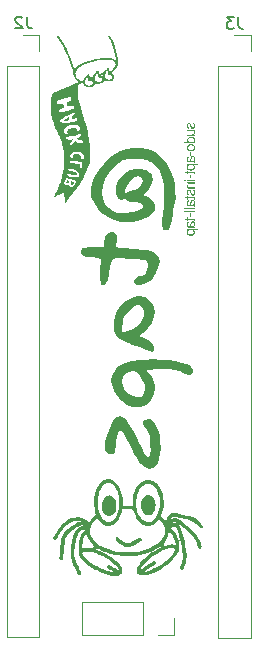
<source format=gbr>
%TF.GenerationSoftware,KiCad,Pcbnew,9.0.7*%
%TF.CreationDate,2026-01-26T20:35:49+05:30*%
%TF.ProjectId,Devboard,44657662-6f61-4726-942e-6b696361645f,rev?*%
%TF.SameCoordinates,Original*%
%TF.FileFunction,Legend,Bot*%
%TF.FilePolarity,Positive*%
%FSLAX46Y46*%
G04 Gerber Fmt 4.6, Leading zero omitted, Abs format (unit mm)*
G04 Created by KiCad (PCBNEW 9.0.7) date 2026-01-26 20:35:49*
%MOMM*%
%LPD*%
G01*
G04 APERTURE LIST*
%ADD10C,0.187500*%
%ADD11C,0.150000*%
%ADD12C,0.120000*%
%ADD13C,0.000000*%
G04 APERTURE END LIST*
D10*
G36*
X71418328Y-28742393D02*
G01*
X71418328Y-28633033D01*
X71376447Y-28626543D01*
X71346453Y-28608619D01*
X71325259Y-28578668D01*
X71312815Y-28532527D01*
X71311411Y-28501448D01*
X71317639Y-28443940D01*
X71334124Y-28403684D01*
X71359405Y-28376029D01*
X71360076Y-28376029D01*
X71384225Y-28363576D01*
X71412100Y-28359359D01*
X71441656Y-28366080D01*
X71467079Y-28386988D01*
X71489525Y-28427076D01*
X71505950Y-28482519D01*
X71530619Y-28582964D01*
X71550997Y-28649433D01*
X71575099Y-28697202D01*
X71602109Y-28730346D01*
X71631980Y-28751919D01*
X71667986Y-28764958D01*
X71714167Y-28769687D01*
X71764049Y-28764076D01*
X71806655Y-28747930D01*
X71843622Y-28721234D01*
X71875856Y-28682615D01*
X71901570Y-28632475D01*
X71917927Y-28571609D01*
X71923789Y-28497540D01*
X71918732Y-28425429D01*
X71904925Y-28368610D01*
X71883829Y-28324112D01*
X71856031Y-28289590D01*
X71821181Y-28263510D01*
X71778037Y-28245298D01*
X71741201Y-28237213D01*
X71698658Y-28234368D01*
X71698658Y-28344888D01*
X71748711Y-28355438D01*
X71777854Y-28369495D01*
X71784021Y-28374991D01*
X71806142Y-28404284D01*
X71820651Y-28445180D01*
X71826092Y-28501570D01*
X71826092Y-28506393D01*
X71820201Y-28565272D01*
X71804466Y-28607928D01*
X71780357Y-28638468D01*
X71753733Y-28654863D01*
X71722960Y-28660327D01*
X71692562Y-28654625D01*
X71668039Y-28637794D01*
X71647916Y-28607571D01*
X71647184Y-28607571D01*
X71647184Y-28606899D01*
X71631552Y-28558295D01*
X71607616Y-28459621D01*
X71580650Y-28372227D01*
X71552340Y-28316241D01*
X71523658Y-28282911D01*
X71495921Y-28265277D01*
X71461046Y-28254058D01*
X71417107Y-28250000D01*
X71368697Y-28255409D01*
X71327457Y-28270952D01*
X71291786Y-28296605D01*
X71260792Y-28333653D01*
X71236952Y-28380420D01*
X71221852Y-28436635D01*
X71216461Y-28504439D01*
X71221412Y-28571034D01*
X71234956Y-28623558D01*
X71255753Y-28664795D01*
X71283379Y-28696887D01*
X71318372Y-28721144D01*
X71360981Y-28736838D01*
X71412833Y-28742393D01*
X71418328Y-28742393D01*
G37*
G36*
X71892526Y-29352023D02*
G01*
X71892526Y-29256830D01*
X71799958Y-29256830D01*
X71851646Y-29213565D01*
X71886593Y-29170001D01*
X71907730Y-29125549D01*
X71916661Y-29085700D01*
X71919881Y-29037133D01*
X71915050Y-28980127D01*
X71901610Y-28933870D01*
X71880476Y-28896247D01*
X71851615Y-28865736D01*
X71819413Y-28845226D01*
X71782538Y-28832718D01*
X71739752Y-28828367D01*
X71232093Y-28828367D01*
X71232093Y-28933879D01*
X71699513Y-28933879D01*
X71738600Y-28938052D01*
X71769417Y-28949641D01*
X71793831Y-28968130D01*
X71812903Y-28994207D01*
X71813635Y-28994207D01*
X71825726Y-29027305D01*
X71830000Y-29067419D01*
X71825053Y-29111278D01*
X71810846Y-29148540D01*
X71787395Y-29180687D01*
X71753490Y-29208531D01*
X71712707Y-29229015D01*
X71664299Y-29241925D01*
X71606578Y-29246510D01*
X71232093Y-29246510D01*
X71232093Y-29352023D01*
X71892526Y-29352023D01*
G37*
G36*
X71666147Y-29419352D02*
G01*
X71733226Y-29432884D01*
X71790465Y-29454176D01*
X71839342Y-29482754D01*
X71886677Y-29525733D01*
X71919856Y-29575449D01*
X71940144Y-29633224D01*
X71947236Y-29701229D01*
X71941130Y-29761313D01*
X71927683Y-29802123D01*
X71905568Y-29840300D01*
X71873864Y-29876431D01*
X71831038Y-29910790D01*
X71919881Y-29910790D01*
X71919881Y-30004640D01*
X71001528Y-30004640D01*
X71001528Y-29899127D01*
X71341025Y-29899127D01*
X71328752Y-29890945D01*
X71290249Y-29853953D01*
X71262861Y-29810312D01*
X71245894Y-29758697D01*
X71241647Y-29714968D01*
X71337606Y-29714968D01*
X71342785Y-29757556D01*
X71357912Y-29794916D01*
X71383401Y-29828358D01*
X71384073Y-29829030D01*
X71420514Y-29858010D01*
X71466495Y-29879822D01*
X71524165Y-29893978D01*
X71596259Y-29899127D01*
X71664570Y-29894031D01*
X71721142Y-29879790D01*
X71768084Y-29857423D01*
X71804602Y-29828784D01*
X71829510Y-29796361D01*
X71844401Y-29759444D01*
X71849539Y-29716617D01*
X71843656Y-29669632D01*
X71826489Y-29628701D01*
X71797515Y-29592297D01*
X71760164Y-29563658D01*
X71714779Y-29542388D01*
X71659709Y-29528789D01*
X71592840Y-29523909D01*
X71582643Y-29523909D01*
X71517726Y-29529213D01*
X71463381Y-29544146D01*
X71417657Y-29567873D01*
X71381988Y-29597858D01*
X71357456Y-29631752D01*
X71342705Y-29670321D01*
X71337606Y-29714968D01*
X71241647Y-29714968D01*
X71239909Y-29697077D01*
X71245328Y-29639272D01*
X71260996Y-29588319D01*
X71286715Y-29542852D01*
X71323196Y-29501927D01*
X71373163Y-29465100D01*
X71432551Y-29437922D01*
X71503204Y-29420687D01*
X71587466Y-29414549D01*
X71666147Y-29419352D01*
G37*
G36*
X71646395Y-30058791D02*
G01*
X71709243Y-30071005D01*
X71763193Y-30090247D01*
X71809544Y-30116076D01*
X71851433Y-30150787D01*
X71883554Y-30190948D01*
X71906787Y-30237252D01*
X71921265Y-30290881D01*
X71926353Y-30353419D01*
X71925682Y-30374607D01*
X71914478Y-30443980D01*
X71890305Y-30502799D01*
X71853264Y-30553148D01*
X71803586Y-30594816D01*
X71742814Y-30625601D01*
X71668607Y-30645251D01*
X71577880Y-30652311D01*
X71485731Y-30645729D01*
X71410201Y-30627442D01*
X71348292Y-30598944D01*
X71301988Y-30564746D01*
X71266580Y-30524114D01*
X71240941Y-30476281D01*
X71224889Y-30419817D01*
X71219235Y-30353053D01*
X71314159Y-30353053D01*
X71318375Y-30394706D01*
X71330495Y-30430640D01*
X71350368Y-30462046D01*
X71386156Y-30495246D01*
X71433565Y-30520361D01*
X71495512Y-30536862D01*
X71575865Y-30542951D01*
X71641557Y-30538316D01*
X71695798Y-30525398D01*
X71740607Y-30505216D01*
X71779483Y-30475818D01*
X71806226Y-30441398D01*
X71822401Y-30401063D01*
X71828046Y-30353053D01*
X71823545Y-30310608D01*
X71810549Y-30273768D01*
X71789089Y-30241311D01*
X71753543Y-30209362D01*
X71707327Y-30185302D01*
X71647868Y-30169589D01*
X71571774Y-30163825D01*
X71505162Y-30168372D01*
X71450013Y-30181045D01*
X71404345Y-30200828D01*
X71364195Y-30229769D01*
X71336645Y-30264022D01*
X71319984Y-30304491D01*
X71314159Y-30353053D01*
X71219235Y-30353053D01*
X71219209Y-30352747D01*
X71223963Y-30293670D01*
X71237591Y-30242064D01*
X71259618Y-30196628D01*
X71290223Y-30156376D01*
X71329471Y-30121330D01*
X71376039Y-30093391D01*
X71431094Y-30072516D01*
X71496173Y-30059205D01*
X71573117Y-30054466D01*
X71646395Y-30058791D01*
G37*
G36*
X71505645Y-31023621D02*
G01*
X71595526Y-31023621D01*
X71595526Y-30722714D01*
X71505645Y-30722714D01*
X71505645Y-31023621D01*
G37*
G36*
X71775174Y-31067265D02*
G01*
X71815147Y-31080338D01*
X71849844Y-31101657D01*
X71881229Y-31133300D01*
X71904091Y-31172323D01*
X71918584Y-31220297D01*
X71923789Y-31279466D01*
X71921041Y-31321903D01*
X71906289Y-31380251D01*
X71876123Y-31440718D01*
X71827740Y-31504535D01*
X71864255Y-31511985D01*
X71889755Y-31525189D01*
X71907854Y-31544992D01*
X71919466Y-31572761D01*
X71923789Y-31611270D01*
X71921127Y-31644123D01*
X71912309Y-31684054D01*
X71834579Y-31684054D01*
X71836655Y-31660851D01*
X71836655Y-31650959D01*
X71828242Y-31625521D01*
X71811899Y-31611156D01*
X71785242Y-31605896D01*
X71395736Y-31605896D01*
X71360590Y-31603050D01*
X71330034Y-31594905D01*
X71291959Y-31573905D01*
X71261550Y-31542369D01*
X71238100Y-31498202D01*
X71222368Y-31437837D01*
X71216461Y-31356585D01*
X71218476Y-31314576D01*
X71228161Y-31253901D01*
X71244322Y-31205006D01*
X71266131Y-31165828D01*
X71293337Y-31134752D01*
X71303595Y-31126448D01*
X71334854Y-31108659D01*
X71375718Y-31097029D01*
X71428831Y-31092742D01*
X71428831Y-31197339D01*
X71392438Y-31204849D01*
X71389691Y-31205521D01*
X71356968Y-31223932D01*
X71333087Y-31252515D01*
X71317362Y-31293879D01*
X71311411Y-31352616D01*
X71313604Y-31390993D01*
X71319654Y-31422348D01*
X71334644Y-31458393D01*
X71354360Y-31481838D01*
X71378959Y-31495580D01*
X71410085Y-31500383D01*
X71438112Y-31500383D01*
X71568904Y-31500383D01*
X71687667Y-31500383D01*
X71705497Y-31498979D01*
X71737683Y-31487487D01*
X71773457Y-31458679D01*
X71807183Y-31411583D01*
X71827126Y-31360103D01*
X71833907Y-31302669D01*
X71830650Y-31265245D01*
X71821512Y-31234342D01*
X71805758Y-31206643D01*
X71785439Y-31187720D01*
X71759896Y-31176172D01*
X71727479Y-31172060D01*
X71697586Y-31175473D01*
X71673928Y-31185005D01*
X71653337Y-31201941D01*
X71634698Y-31229292D01*
X71618329Y-31270499D01*
X71605296Y-31330024D01*
X71594977Y-31401160D01*
X71582728Y-31461529D01*
X71568904Y-31500383D01*
X71438112Y-31500383D01*
X71458065Y-31498003D01*
X71473100Y-31491468D01*
X71487459Y-31475696D01*
X71500498Y-31444650D01*
X71510774Y-31390230D01*
X71525184Y-31291128D01*
X71538209Y-31222738D01*
X71551868Y-31177555D01*
X71574335Y-31135500D01*
X71602460Y-31104086D01*
X71636613Y-31081669D01*
X71678013Y-31067679D01*
X71728578Y-31062700D01*
X71775174Y-31067265D01*
G37*
G36*
X72146538Y-31809106D02*
G01*
X71802644Y-31809106D01*
X71831160Y-31834385D01*
X71861320Y-31871645D01*
X71882729Y-31912869D01*
X71895816Y-31958862D01*
X71900341Y-32010729D01*
X71894895Y-32069025D01*
X71879179Y-32120162D01*
X71853438Y-32165557D01*
X71816994Y-32206184D01*
X71766961Y-32243070D01*
X71707518Y-32270284D01*
X71636825Y-32287541D01*
X71552540Y-32293684D01*
X71473411Y-32288820D01*
X71406019Y-32275117D01*
X71348571Y-32253561D01*
X71299565Y-32224624D01*
X71252774Y-32182326D01*
X71220015Y-32133471D01*
X71200005Y-32076777D01*
X71193014Y-32010118D01*
X71194617Y-31992594D01*
X71290711Y-31992594D01*
X71296379Y-32038589D01*
X71312901Y-32078640D01*
X71340720Y-32114227D01*
X71378199Y-32143434D01*
X71424431Y-32165240D01*
X71481282Y-32179264D01*
X71551135Y-32184324D01*
X71619265Y-32178781D01*
X71675887Y-32163223D01*
X71723143Y-32138590D01*
X71758658Y-32108833D01*
X71783012Y-32075406D01*
X71797611Y-32037578D01*
X71802644Y-31993998D01*
X71797289Y-31950447D01*
X71781675Y-31912483D01*
X71755383Y-31878715D01*
X71718659Y-31850365D01*
X71673060Y-31829120D01*
X71616667Y-31815410D01*
X71547044Y-31810450D01*
X71533306Y-31810450D01*
X71470328Y-31815139D01*
X71417957Y-31828265D01*
X71374303Y-31848918D01*
X71336925Y-31877510D01*
X71311369Y-31910347D01*
X71296028Y-31948195D01*
X71290711Y-31992594D01*
X71194617Y-31992594D01*
X71197896Y-31956761D01*
X71211959Y-31910051D01*
X71234935Y-31868695D01*
X71267365Y-31831791D01*
X71310556Y-31798909D01*
X71212554Y-31798909D01*
X71212554Y-31703593D01*
X72146538Y-31703593D01*
X72146538Y-31809106D01*
G37*
G36*
X71251632Y-32621946D02*
G01*
X71337606Y-32621946D01*
X71337606Y-32512526D01*
X71789455Y-32512526D01*
X71817162Y-32515516D01*
X71833651Y-32522927D01*
X71842700Y-32533714D01*
X71843433Y-32534385D01*
X71847752Y-32548416D01*
X71849539Y-32572060D01*
X71847476Y-32604371D01*
X71842700Y-32621946D01*
X71931299Y-32621946D01*
X71937439Y-32577476D01*
X71939420Y-32535790D01*
X71934193Y-32485719D01*
X71920403Y-32450770D01*
X71899421Y-32426876D01*
X71870483Y-32411837D01*
X71835006Y-32407013D01*
X71337606Y-32407013D01*
X71337606Y-32317131D01*
X71251632Y-32317131D01*
X71251632Y-32407013D01*
X71069916Y-32407013D01*
X71069916Y-32512526D01*
X71251632Y-32512526D01*
X71251632Y-32621946D01*
G37*
G36*
X71505645Y-32964863D02*
G01*
X71595526Y-32964863D01*
X71595526Y-32663956D01*
X71505645Y-32663956D01*
X71505645Y-32964863D01*
G37*
G36*
X71259448Y-33183705D02*
G01*
X71919881Y-33183705D01*
X71919881Y-33078192D01*
X71259448Y-33078192D01*
X71259448Y-33183705D01*
G37*
G36*
X71001528Y-33183705D02*
G01*
X71134396Y-33183705D01*
X71134396Y-33078192D01*
X71001528Y-33078192D01*
X71001528Y-33183705D01*
G37*
G36*
X71236001Y-33293126D02*
G01*
X71236001Y-33390518D01*
X71348230Y-33390518D01*
X71289875Y-33434332D01*
X71251127Y-33479590D01*
X71228307Y-33526927D01*
X71219550Y-33564431D01*
X71216461Y-33608077D01*
X71221245Y-33664586D01*
X71234564Y-33710556D01*
X71255530Y-33748051D01*
X71284178Y-33778558D01*
X71316555Y-33799567D01*
X71353530Y-33812344D01*
X71396346Y-33816782D01*
X71896434Y-33816782D01*
X71896434Y-33711270D01*
X71439638Y-33711270D01*
X71392039Y-33704379D01*
X71356434Y-33685191D01*
X71329790Y-33653384D01*
X71329118Y-33651980D01*
X71328447Y-33651980D01*
X71315850Y-33618051D01*
X71311411Y-33577119D01*
X71316404Y-33532306D01*
X71330663Y-33494693D01*
X71354063Y-33462684D01*
X71387737Y-33435397D01*
X71388469Y-33434726D01*
X71389141Y-33434054D01*
X71428388Y-33415058D01*
X71475743Y-33402966D01*
X71533000Y-33398639D01*
X71896434Y-33398639D01*
X71896434Y-33293126D01*
X71236001Y-33293126D01*
G37*
G36*
X71418328Y-34394173D02*
G01*
X71418328Y-34284813D01*
X71376447Y-34278323D01*
X71346453Y-34260398D01*
X71325259Y-34230448D01*
X71312815Y-34184307D01*
X71311411Y-34153227D01*
X71317639Y-34095720D01*
X71334124Y-34055464D01*
X71359405Y-34027808D01*
X71360076Y-34027808D01*
X71384225Y-34015356D01*
X71412100Y-34011139D01*
X71441656Y-34017859D01*
X71467079Y-34038767D01*
X71489525Y-34078855D01*
X71505950Y-34134298D01*
X71530619Y-34234743D01*
X71550997Y-34301212D01*
X71575099Y-34348981D01*
X71602109Y-34382125D01*
X71631980Y-34403698D01*
X71667986Y-34416738D01*
X71714167Y-34421467D01*
X71764049Y-34415856D01*
X71806655Y-34399709D01*
X71843622Y-34373014D01*
X71875856Y-34334394D01*
X71901570Y-34284255D01*
X71917927Y-34223388D01*
X71923789Y-34149319D01*
X71918732Y-34077209D01*
X71904925Y-34020390D01*
X71883829Y-33975891D01*
X71856031Y-33941370D01*
X71821181Y-33915289D01*
X71778037Y-33897077D01*
X71741201Y-33888992D01*
X71698658Y-33886147D01*
X71698658Y-33996667D01*
X71748711Y-34007217D01*
X71777854Y-34021275D01*
X71784021Y-34026770D01*
X71806142Y-34056063D01*
X71820651Y-34096959D01*
X71826092Y-34153349D01*
X71826092Y-34158173D01*
X71820201Y-34217051D01*
X71804466Y-34259708D01*
X71780357Y-34290247D01*
X71753733Y-34306643D01*
X71722960Y-34312107D01*
X71692562Y-34306405D01*
X71668039Y-34289573D01*
X71647916Y-34259351D01*
X71647184Y-34259351D01*
X71647184Y-34258679D01*
X71631552Y-34210075D01*
X71607616Y-34111400D01*
X71580650Y-34024007D01*
X71552340Y-33968020D01*
X71523658Y-33934691D01*
X71495921Y-33917057D01*
X71461046Y-33905837D01*
X71417107Y-33901779D01*
X71368697Y-33907188D01*
X71327457Y-33922732D01*
X71291786Y-33948385D01*
X71260792Y-33985432D01*
X71236952Y-34032199D01*
X71221852Y-34088414D01*
X71216461Y-34156219D01*
X71221412Y-34222813D01*
X71234956Y-34275337D01*
X71255753Y-34316575D01*
X71283379Y-34348666D01*
X71318372Y-34372923D01*
X71360981Y-34388618D01*
X71412833Y-34394173D01*
X71418328Y-34394173D01*
G37*
G36*
X71251632Y-34757606D02*
G01*
X71337606Y-34757606D01*
X71337606Y-34648185D01*
X71789455Y-34648185D01*
X71817162Y-34651175D01*
X71833651Y-34658587D01*
X71842700Y-34669373D01*
X71843433Y-34670045D01*
X71847752Y-34684076D01*
X71849539Y-34707719D01*
X71847476Y-34740030D01*
X71842700Y-34757606D01*
X71931299Y-34757606D01*
X71937439Y-34713135D01*
X71939420Y-34671449D01*
X71934193Y-34621379D01*
X71920403Y-34586430D01*
X71899421Y-34562535D01*
X71870483Y-34547496D01*
X71835006Y-34542672D01*
X71337606Y-34542672D01*
X71337606Y-34452791D01*
X71251632Y-34452791D01*
X71251632Y-34542672D01*
X71069916Y-34542672D01*
X71069916Y-34648185D01*
X71251632Y-34648185D01*
X71251632Y-34757606D01*
G37*
G36*
X71775174Y-34769009D02*
G01*
X71815147Y-34782083D01*
X71849844Y-34803401D01*
X71881229Y-34835044D01*
X71904091Y-34874067D01*
X71918584Y-34922041D01*
X71923789Y-34981210D01*
X71921041Y-35023647D01*
X71906289Y-35081996D01*
X71876123Y-35142463D01*
X71827740Y-35206280D01*
X71864255Y-35213729D01*
X71889755Y-35226933D01*
X71907854Y-35246737D01*
X71919466Y-35274505D01*
X71923789Y-35313014D01*
X71921127Y-35345867D01*
X71912309Y-35385799D01*
X71834579Y-35385799D01*
X71836655Y-35362595D01*
X71836655Y-35352704D01*
X71828242Y-35327266D01*
X71811899Y-35312901D01*
X71785242Y-35307641D01*
X71395736Y-35307641D01*
X71360590Y-35304794D01*
X71330034Y-35296650D01*
X71291959Y-35275650D01*
X71261550Y-35244113D01*
X71238100Y-35199946D01*
X71222368Y-35139582D01*
X71216461Y-35058330D01*
X71218476Y-35016320D01*
X71228161Y-34955645D01*
X71244322Y-34906751D01*
X71266131Y-34867572D01*
X71293337Y-34836496D01*
X71303595Y-34828192D01*
X71334854Y-34810404D01*
X71375718Y-34798774D01*
X71428831Y-34794487D01*
X71428831Y-34899084D01*
X71392438Y-34906594D01*
X71389691Y-34907266D01*
X71356968Y-34925676D01*
X71333087Y-34954260D01*
X71317362Y-34995624D01*
X71311411Y-35054361D01*
X71313604Y-35092738D01*
X71319654Y-35124092D01*
X71334644Y-35160138D01*
X71354360Y-35183582D01*
X71378959Y-35197325D01*
X71410085Y-35202128D01*
X71438112Y-35202128D01*
X71568904Y-35202128D01*
X71687667Y-35202128D01*
X71705497Y-35200724D01*
X71737683Y-35189231D01*
X71773457Y-35160423D01*
X71807183Y-35113328D01*
X71827126Y-35061848D01*
X71833907Y-35004413D01*
X71830650Y-34966990D01*
X71821512Y-34936086D01*
X71805758Y-34908388D01*
X71785439Y-34889465D01*
X71759896Y-34877917D01*
X71727479Y-34873804D01*
X71697586Y-34877218D01*
X71673928Y-34886749D01*
X71653337Y-34903686D01*
X71634698Y-34931037D01*
X71618329Y-34972243D01*
X71605296Y-35031769D01*
X71594977Y-35102904D01*
X71582728Y-35163274D01*
X71568904Y-35202128D01*
X71438112Y-35202128D01*
X71458065Y-35199748D01*
X71473100Y-35193213D01*
X71487459Y-35177440D01*
X71500498Y-35146395D01*
X71510774Y-35091974D01*
X71525184Y-34992873D01*
X71538209Y-34924482D01*
X71551868Y-34879300D01*
X71574335Y-34837244D01*
X71602460Y-34805831D01*
X71636613Y-34783414D01*
X71678013Y-34769424D01*
X71728578Y-34764445D01*
X71775174Y-34769009D01*
G37*
G36*
X71001528Y-35573377D02*
G01*
X71919881Y-35573377D01*
X71919881Y-35467864D01*
X71001528Y-35467864D01*
X71001528Y-35573377D01*
G37*
G36*
X71001528Y-35823482D02*
G01*
X71919881Y-35823482D01*
X71919881Y-35717969D01*
X71001528Y-35717969D01*
X71001528Y-35823482D01*
G37*
G36*
X71505645Y-36225994D02*
G01*
X71595526Y-36225994D01*
X71595526Y-35925087D01*
X71505645Y-35925087D01*
X71505645Y-36225994D01*
G37*
G36*
X71251632Y-36573796D02*
G01*
X71337606Y-36573796D01*
X71337606Y-36464375D01*
X71789455Y-36464375D01*
X71817162Y-36467365D01*
X71833651Y-36474776D01*
X71842700Y-36485563D01*
X71843433Y-36486235D01*
X71847752Y-36500266D01*
X71849539Y-36523909D01*
X71847476Y-36556220D01*
X71842700Y-36573796D01*
X71931299Y-36573796D01*
X71937439Y-36529325D01*
X71939420Y-36487639D01*
X71934193Y-36437569D01*
X71920403Y-36402620D01*
X71899421Y-36378725D01*
X71870483Y-36363686D01*
X71835006Y-36358862D01*
X71337606Y-36358862D01*
X71337606Y-36268981D01*
X71251632Y-36268981D01*
X71251632Y-36358862D01*
X71069916Y-36358862D01*
X71069916Y-36464375D01*
X71251632Y-36464375D01*
X71251632Y-36573796D01*
G37*
G36*
X71775174Y-36585199D02*
G01*
X71815147Y-36598272D01*
X71849844Y-36619591D01*
X71881229Y-36651234D01*
X71904091Y-36690257D01*
X71918584Y-36738231D01*
X71923789Y-36797400D01*
X71921041Y-36839837D01*
X71906289Y-36898186D01*
X71876123Y-36958653D01*
X71827740Y-37022470D01*
X71864255Y-37029919D01*
X71889755Y-37043123D01*
X71907854Y-37062926D01*
X71919466Y-37090695D01*
X71923789Y-37129204D01*
X71921127Y-37162057D01*
X71912309Y-37201988D01*
X71834579Y-37201988D01*
X71836655Y-37178785D01*
X71836655Y-37168893D01*
X71828242Y-37143455D01*
X71811899Y-37129090D01*
X71785242Y-37123831D01*
X71395736Y-37123831D01*
X71360590Y-37120984D01*
X71330034Y-37112840D01*
X71291959Y-37091840D01*
X71261550Y-37060303D01*
X71238100Y-37016136D01*
X71222368Y-36955771D01*
X71216461Y-36874520D01*
X71218476Y-36832510D01*
X71228161Y-36771835D01*
X71244322Y-36722941D01*
X71266131Y-36683762D01*
X71293337Y-36652686D01*
X71303595Y-36644382D01*
X71334854Y-36626594D01*
X71375718Y-36614964D01*
X71428831Y-36610676D01*
X71428831Y-36715273D01*
X71392438Y-36722784D01*
X71389691Y-36723456D01*
X71356968Y-36741866D01*
X71333087Y-36770450D01*
X71317362Y-36811814D01*
X71311411Y-36870551D01*
X71313604Y-36908927D01*
X71319654Y-36940282D01*
X71334644Y-36976328D01*
X71354360Y-36999772D01*
X71378959Y-37013515D01*
X71410085Y-37018318D01*
X71438112Y-37018318D01*
X71568904Y-37018318D01*
X71687667Y-37018318D01*
X71705497Y-37016913D01*
X71737683Y-37005421D01*
X71773457Y-36976613D01*
X71807183Y-36929517D01*
X71827126Y-36878037D01*
X71833907Y-36820603D01*
X71830650Y-36783180D01*
X71821512Y-36752276D01*
X71805758Y-36724578D01*
X71785439Y-36705655D01*
X71759896Y-36694107D01*
X71727479Y-36689994D01*
X71697586Y-36693408D01*
X71673928Y-36702939D01*
X71653337Y-36719875D01*
X71634698Y-36747226D01*
X71618329Y-36788433D01*
X71605296Y-36847958D01*
X71594977Y-36919094D01*
X71582728Y-36979464D01*
X71568904Y-37018318D01*
X71438112Y-37018318D01*
X71458065Y-37015938D01*
X71473100Y-37009403D01*
X71487459Y-36993630D01*
X71500498Y-36962585D01*
X71510774Y-36908164D01*
X71525184Y-36809063D01*
X71538209Y-36740672D01*
X71551868Y-36695490D01*
X71574335Y-36653434D01*
X71602460Y-36622021D01*
X71636613Y-36599603D01*
X71678013Y-36585614D01*
X71728578Y-36580635D01*
X71775174Y-36585199D01*
G37*
G36*
X72146538Y-37327041D02*
G01*
X71802644Y-37327041D01*
X71831160Y-37352320D01*
X71861320Y-37389579D01*
X71882729Y-37430804D01*
X71895816Y-37476796D01*
X71900341Y-37528663D01*
X71894895Y-37586959D01*
X71879179Y-37638096D01*
X71853438Y-37683491D01*
X71816994Y-37724118D01*
X71766961Y-37761004D01*
X71707518Y-37788219D01*
X71636825Y-37805475D01*
X71552540Y-37811618D01*
X71473411Y-37806754D01*
X71406019Y-37793052D01*
X71348571Y-37771495D01*
X71299565Y-37742559D01*
X71252774Y-37700260D01*
X71220015Y-37651406D01*
X71200005Y-37594711D01*
X71193014Y-37528053D01*
X71194617Y-37510528D01*
X71290711Y-37510528D01*
X71296379Y-37556523D01*
X71312901Y-37596575D01*
X71340720Y-37632161D01*
X71378199Y-37661369D01*
X71424431Y-37683174D01*
X71481282Y-37697198D01*
X71551135Y-37702259D01*
X71619265Y-37696715D01*
X71675887Y-37681158D01*
X71723143Y-37656524D01*
X71758658Y-37626768D01*
X71783012Y-37593341D01*
X71797611Y-37555513D01*
X71802644Y-37511933D01*
X71797289Y-37468381D01*
X71781675Y-37430417D01*
X71755383Y-37396650D01*
X71718659Y-37368299D01*
X71673060Y-37347054D01*
X71616667Y-37333344D01*
X71547044Y-37328384D01*
X71533306Y-37328384D01*
X71470328Y-37333073D01*
X71417957Y-37346200D01*
X71374303Y-37366852D01*
X71336925Y-37395445D01*
X71311369Y-37428282D01*
X71296028Y-37466129D01*
X71290711Y-37510528D01*
X71194617Y-37510528D01*
X71197896Y-37474695D01*
X71211959Y-37427985D01*
X71234935Y-37386629D01*
X71267365Y-37349725D01*
X71310556Y-37316844D01*
X71212554Y-37316844D01*
X71212554Y-37221528D01*
X72146538Y-37221528D01*
X72146538Y-37327041D01*
G37*
D11*
X57693333Y-19264819D02*
X57693333Y-19979104D01*
X57693333Y-19979104D02*
X57740952Y-20121961D01*
X57740952Y-20121961D02*
X57836190Y-20217200D01*
X57836190Y-20217200D02*
X57979047Y-20264819D01*
X57979047Y-20264819D02*
X58074285Y-20264819D01*
X57264761Y-19360057D02*
X57217142Y-19312438D01*
X57217142Y-19312438D02*
X57121904Y-19264819D01*
X57121904Y-19264819D02*
X56883809Y-19264819D01*
X56883809Y-19264819D02*
X56788571Y-19312438D01*
X56788571Y-19312438D02*
X56740952Y-19360057D01*
X56740952Y-19360057D02*
X56693333Y-19455295D01*
X56693333Y-19455295D02*
X56693333Y-19550533D01*
X56693333Y-19550533D02*
X56740952Y-19693390D01*
X56740952Y-19693390D02*
X57312380Y-20264819D01*
X57312380Y-20264819D02*
X56693333Y-20264819D01*
X75583333Y-19284819D02*
X75583333Y-19999104D01*
X75583333Y-19999104D02*
X75630952Y-20141961D01*
X75630952Y-20141961D02*
X75726190Y-20237200D01*
X75726190Y-20237200D02*
X75869047Y-20284819D01*
X75869047Y-20284819D02*
X75964285Y-20284819D01*
X75202380Y-19284819D02*
X74583333Y-19284819D01*
X74583333Y-19284819D02*
X74916666Y-19665771D01*
X74916666Y-19665771D02*
X74773809Y-19665771D01*
X74773809Y-19665771D02*
X74678571Y-19713390D01*
X74678571Y-19713390D02*
X74630952Y-19761009D01*
X74630952Y-19761009D02*
X74583333Y-19856247D01*
X74583333Y-19856247D02*
X74583333Y-20094342D01*
X74583333Y-20094342D02*
X74630952Y-20189580D01*
X74630952Y-20189580D02*
X74678571Y-20237200D01*
X74678571Y-20237200D02*
X74773809Y-20284819D01*
X74773809Y-20284819D02*
X75059523Y-20284819D01*
X75059523Y-20284819D02*
X75154761Y-20237200D01*
X75154761Y-20237200D02*
X75202380Y-20189580D01*
D12*
%TO.C,J2*%
X58740000Y-71830000D02*
X55980000Y-71830000D01*
X58740000Y-23460000D02*
X58740000Y-71830000D01*
X58740000Y-23460000D02*
X55980000Y-23460000D01*
X58740000Y-22190000D02*
X58740000Y-20810000D01*
X58740000Y-20810000D02*
X57360000Y-20810000D01*
X55980000Y-23460000D02*
X55980000Y-71830000D01*
%TO.C,J3*%
X76630000Y-71850000D02*
X73870000Y-71850000D01*
X76630000Y-23480000D02*
X76630000Y-71850000D01*
X76630000Y-23480000D02*
X73870000Y-23480000D01*
X76630000Y-22210000D02*
X76630000Y-20830000D01*
X76630000Y-20830000D02*
X75250000Y-20830000D01*
X73870000Y-23480000D02*
X73870000Y-71850000D01*
D13*
%TO.C,G\u002A\u002A\u002A*%
G36*
X67346775Y-30346149D02*
G01*
X67929645Y-30448823D01*
X68156844Y-30531430D01*
X68655689Y-30826706D01*
X69121948Y-31252367D01*
X69533085Y-31781480D01*
X69866566Y-32387116D01*
X70099854Y-33042343D01*
X70191135Y-33471412D01*
X70258146Y-34056790D01*
X70261038Y-34606739D01*
X70196951Y-35061843D01*
X70191409Y-35084315D01*
X70138883Y-35335286D01*
X70077209Y-35677947D01*
X70018594Y-36045004D01*
X70011982Y-36088436D01*
X69944447Y-36459115D01*
X69865485Y-36799168D01*
X69790837Y-37039838D01*
X69711619Y-37209636D01*
X69595893Y-37328074D01*
X69424049Y-37357666D01*
X69348605Y-37355478D01*
X69233845Y-37318916D01*
X69170484Y-37202417D01*
X69125042Y-36961641D01*
X69109576Y-36772172D01*
X69117283Y-36409059D01*
X69159886Y-36051475D01*
X69171870Y-35984487D01*
X69259712Y-35353367D01*
X69309948Y-34707674D01*
X69321581Y-34092088D01*
X69293616Y-33551290D01*
X69225055Y-33129957D01*
X69212774Y-33082855D01*
X69047524Y-32571215D01*
X68843670Y-32183466D01*
X68573121Y-31877689D01*
X68207786Y-31611966D01*
X68121554Y-31559177D01*
X67907404Y-31437091D01*
X67723338Y-31361863D01*
X67519504Y-31322161D01*
X67246048Y-31306651D01*
X66853119Y-31303999D01*
X66482295Y-31307144D01*
X66191984Y-31323395D01*
X65979320Y-31361846D01*
X65796268Y-31431567D01*
X65594793Y-31541629D01*
X65476013Y-31616229D01*
X65010796Y-32005004D01*
X64607645Y-32492151D01*
X64290627Y-33038066D01*
X64083805Y-33603142D01*
X64011247Y-34147774D01*
X64012055Y-34190401D01*
X64095376Y-34658717D01*
X64296580Y-35096870D01*
X64589075Y-35470164D01*
X64946270Y-35743906D01*
X65341570Y-35883401D01*
X65620620Y-35911757D01*
X66106169Y-35906665D01*
X66576776Y-35842605D01*
X66994269Y-35728337D01*
X67320474Y-35572618D01*
X67517220Y-35384207D01*
X67547979Y-35257148D01*
X67456934Y-35117654D01*
X67239548Y-35022310D01*
X66919717Y-34986999D01*
X66799772Y-34983208D01*
X66461797Y-34932983D01*
X66187076Y-34837144D01*
X66028397Y-34711980D01*
X65965105Y-34664023D01*
X65836597Y-34727292D01*
X65786879Y-34763829D01*
X65664034Y-34786839D01*
X65492822Y-34699610D01*
X65425488Y-34649617D01*
X65270429Y-34442404D01*
X65243358Y-34321956D01*
X65956721Y-34321956D01*
X66170880Y-34153499D01*
X66195948Y-34134985D01*
X66440331Y-34009909D01*
X66719739Y-33928494D01*
X66965604Y-33853015D01*
X67267580Y-33618643D01*
X67340798Y-33521623D01*
X67466524Y-33206632D01*
X67424647Y-32891499D01*
X67423408Y-32888585D01*
X67306937Y-32809602D01*
X67097378Y-32789765D01*
X66857776Y-32826858D01*
X66651177Y-32918668D01*
X66493600Y-33075268D01*
X66308100Y-33333924D01*
X66135334Y-33632699D01*
X66007679Y-33915269D01*
X65957515Y-34125311D01*
X65956721Y-34321956D01*
X65243358Y-34321956D01*
X65202752Y-34141283D01*
X65213931Y-33716190D01*
X65220805Y-33658024D01*
X65360819Y-33213426D01*
X65629387Y-32821477D01*
X65995068Y-32499785D01*
X66426417Y-32265962D01*
X66891993Y-32137617D01*
X67097378Y-32135312D01*
X67360351Y-32132360D01*
X67800050Y-32267801D01*
X67897389Y-32321795D01*
X68113159Y-32473981D01*
X68239890Y-32611043D01*
X68294281Y-32751727D01*
X68315450Y-33099177D01*
X68223190Y-33479291D01*
X68032219Y-33845144D01*
X67757255Y-34149813D01*
X67520372Y-34345993D01*
X67926226Y-34548239D01*
X68194694Y-34714791D01*
X68445434Y-34990340D01*
X68544277Y-35294383D01*
X68495249Y-35609023D01*
X68302376Y-35916362D01*
X67969685Y-36198503D01*
X67501201Y-36437549D01*
X67333663Y-36498731D01*
X67025373Y-36578206D01*
X66671510Y-36620143D01*
X66210721Y-36633875D01*
X65942333Y-36633370D01*
X65620330Y-36619181D01*
X65369986Y-36578561D01*
X65131635Y-36500078D01*
X64845608Y-36372298D01*
X64695568Y-36298224D01*
X64129018Y-35942379D01*
X63686670Y-35513109D01*
X63334787Y-34979311D01*
X63331367Y-34972891D01*
X63184739Y-34680630D01*
X63109948Y-34461485D01*
X63091753Y-34244791D01*
X63114913Y-33959887D01*
X63143767Y-33754024D01*
X63212446Y-33404049D01*
X63289731Y-33124303D01*
X63452932Y-32762455D01*
X63775644Y-32253642D01*
X64187652Y-31743805D01*
X64652436Y-31272838D01*
X65133474Y-30880632D01*
X65594244Y-30607081D01*
X66087722Y-30440808D01*
X66710021Y-30345021D01*
X67346775Y-30346149D01*
G37*
G36*
X64934527Y-37535608D02*
G01*
X65190286Y-37643620D01*
X65324489Y-37863737D01*
X65325627Y-38181250D01*
X65289204Y-38361710D01*
X65255770Y-38552736D01*
X65261622Y-38686566D01*
X65328301Y-38775496D01*
X65477345Y-38831818D01*
X65730292Y-38867827D01*
X66108682Y-38895818D01*
X66634054Y-38928084D01*
X66913263Y-38946700D01*
X67448421Y-38991371D01*
X67854460Y-39044515D01*
X68159422Y-39113601D01*
X68391349Y-39206098D01*
X68578282Y-39329475D01*
X68748265Y-39491202D01*
X68757886Y-39501717D01*
X68876341Y-39695541D01*
X68909435Y-39939828D01*
X68856338Y-40266010D01*
X68716219Y-40705521D01*
X68595214Y-41006476D01*
X68381691Y-41382443D01*
X68119594Y-41652060D01*
X67777054Y-41854309D01*
X67601040Y-41925473D01*
X67258372Y-42002954D01*
X66977831Y-41985910D01*
X66788315Y-41878920D01*
X66718721Y-41686566D01*
X66719039Y-41675274D01*
X66797392Y-41485011D01*
X66966856Y-41321678D01*
X67159381Y-41252333D01*
X67343120Y-41215499D01*
X67566341Y-41124839D01*
X67735714Y-40991219D01*
X67884940Y-40753014D01*
X67962731Y-40476257D01*
X67963786Y-40206022D01*
X67882803Y-39987383D01*
X67714480Y-39865414D01*
X67664695Y-39855912D01*
X67449143Y-39832070D01*
X67115517Y-39806012D01*
X66698875Y-39780294D01*
X66234279Y-39757473D01*
X65852668Y-39738585D01*
X65456379Y-39721048D01*
X65181138Y-39731979D01*
X64999125Y-39792059D01*
X64882519Y-39921973D01*
X64803497Y-40142404D01*
X64734239Y-40474035D01*
X64646923Y-40937548D01*
X64618147Y-41080278D01*
X64514316Y-41523673D01*
X64412983Y-41817910D01*
X64304806Y-41978497D01*
X64180444Y-42020944D01*
X64030554Y-41960759D01*
X64011694Y-41947543D01*
X63955475Y-41880080D01*
X63919404Y-41761858D01*
X63900086Y-41563265D01*
X63894120Y-41254690D01*
X63898110Y-40806520D01*
X63913834Y-39747322D01*
X63654694Y-39695494D01*
X63634817Y-39691696D01*
X63359634Y-39657650D01*
X63063266Y-39643666D01*
X62779642Y-39611533D01*
X62506591Y-39521357D01*
X62308072Y-39395120D01*
X62231387Y-39254925D01*
X62246442Y-39153949D01*
X62319033Y-38960766D01*
X62368838Y-38892749D01*
X62460266Y-38842451D01*
X62621629Y-38813464D01*
X62886038Y-38800181D01*
X63286607Y-38796999D01*
X64166536Y-38796999D01*
X64225081Y-38310166D01*
X64274156Y-38021634D01*
X64386122Y-37733129D01*
X64560825Y-37575105D01*
X64813721Y-37526999D01*
X64934527Y-37535608D01*
G37*
G36*
X69054397Y-48304877D02*
G01*
X69715280Y-48356917D01*
X70324017Y-48440150D01*
X70851561Y-48551356D01*
X71268862Y-48687314D01*
X71546871Y-48844801D01*
X71604546Y-48896285D01*
X71768614Y-49122336D01*
X71767250Y-49327625D01*
X71600011Y-49506628D01*
X71482670Y-49570627D01*
X71361042Y-49583503D01*
X71190303Y-49534278D01*
X70919274Y-49416149D01*
X70608879Y-49290627D01*
X70226868Y-49186446D01*
X69796094Y-49127652D01*
X69277287Y-49109272D01*
X68631179Y-49126333D01*
X68535654Y-49130775D01*
X68165943Y-49150877D01*
X67937204Y-49172250D01*
X67825968Y-49200061D01*
X67808766Y-49239477D01*
X67862129Y-49295666D01*
X67913320Y-49342706D01*
X68079123Y-49526061D01*
X68256836Y-49752869D01*
X68362713Y-49913704D01*
X68468375Y-50182312D01*
X68496721Y-50515428D01*
X68492743Y-50675873D01*
X68406425Y-51236936D01*
X68215764Y-51699070D01*
X67931886Y-52047404D01*
X67565919Y-52267069D01*
X67128990Y-52343194D01*
X66632557Y-52296630D01*
X66181864Y-52131829D01*
X65754497Y-51826289D01*
X65461564Y-51534215D01*
X65081604Y-50981626D01*
X64858550Y-50366590D01*
X64828160Y-50217638D01*
X64820633Y-50121012D01*
X65754823Y-50121012D01*
X65810052Y-50535744D01*
X66008777Y-50924007D01*
X66360721Y-51246869D01*
X66363675Y-51248885D01*
X66668047Y-51393115D01*
X67001195Y-51455052D01*
X67306295Y-51431221D01*
X67526524Y-51318148D01*
X67614382Y-51166789D01*
X67685638Y-50902907D01*
X67711925Y-50619542D01*
X67679985Y-50396333D01*
X67628256Y-50281222D01*
X67465106Y-49999041D01*
X67263442Y-49714352D01*
X67061385Y-49478455D01*
X66897054Y-49342653D01*
X66763921Y-49286182D01*
X66587877Y-49274667D01*
X66345398Y-49340531D01*
X66134437Y-49423476D01*
X65901831Y-49580112D01*
X65786148Y-49798279D01*
X65754823Y-50121012D01*
X64820633Y-50121012D01*
X64810997Y-49997298D01*
X64854980Y-49788287D01*
X64970545Y-49510867D01*
X65117664Y-49233206D01*
X65341482Y-48950197D01*
X65629708Y-48734894D01*
X66008463Y-48573406D01*
X66503871Y-48451846D01*
X66587877Y-48439272D01*
X67142054Y-48356324D01*
X67692394Y-48307267D01*
X68370419Y-48287253D01*
X69054397Y-48304877D01*
G37*
G36*
X65745676Y-53141733D02*
G01*
X65958593Y-53281091D01*
X66186311Y-53536683D01*
X66438962Y-53919460D01*
X66726677Y-54440372D01*
X67059590Y-55110372D01*
X67108813Y-55212548D01*
X67398062Y-55789449D01*
X67633534Y-56209052D01*
X67819189Y-56472802D01*
X67958988Y-56582145D01*
X68056890Y-56538527D01*
X68116856Y-56343393D01*
X68142845Y-55998190D01*
X68138819Y-55504363D01*
X68137036Y-55448108D01*
X68120830Y-55067286D01*
X68094313Y-54804681D01*
X68046593Y-54614701D01*
X67966778Y-54451752D01*
X67843975Y-54270244D01*
X67819859Y-54236430D01*
X67607242Y-53900757D01*
X67517192Y-53657828D01*
X67546526Y-53488897D01*
X67692063Y-53375219D01*
X67926543Y-53311115D01*
X68185548Y-53365561D01*
X68421353Y-53571232D01*
X68640378Y-53934149D01*
X68849042Y-54460333D01*
X68930014Y-54802827D01*
X68980108Y-55270674D01*
X68989663Y-55780873D01*
X68959915Y-56281447D01*
X68892104Y-56720421D01*
X68787466Y-57045820D01*
X68603728Y-57320735D01*
X68329946Y-57510638D01*
X68015460Y-57545805D01*
X67678304Y-57424979D01*
X67336510Y-57146904D01*
X67324582Y-57133849D01*
X67181208Y-56939739D01*
X66990558Y-56636288D01*
X66776078Y-56262488D01*
X66561208Y-55857333D01*
X66296708Y-55341898D01*
X66073041Y-54920392D01*
X65902833Y-54620743D01*
X65776303Y-54426756D01*
X65683672Y-54322240D01*
X65615159Y-54290999D01*
X65613144Y-54291027D01*
X65499557Y-54371460D01*
X65387806Y-54579589D01*
X65291192Y-54874921D01*
X65223016Y-55216966D01*
X65196580Y-55565232D01*
X65196290Y-55608290D01*
X65173727Y-55962997D01*
X65104145Y-56181675D01*
X64971377Y-56292337D01*
X64759255Y-56322999D01*
X64715335Y-56320788D01*
X64481795Y-56220836D01*
X64322375Y-55996815D01*
X64263387Y-55682704D01*
X64287978Y-55380515D01*
X64378029Y-54950647D01*
X64519301Y-54495260D01*
X64696059Y-54052877D01*
X64892571Y-53662022D01*
X65093101Y-53361215D01*
X65281916Y-53188979D01*
X65323714Y-53167910D01*
X65537427Y-53107656D01*
X65745676Y-53141733D01*
G37*
G36*
X67659149Y-43009920D02*
G01*
X68023906Y-43228664D01*
X68305537Y-43529687D01*
X68442229Y-43812743D01*
X68507228Y-44251078D01*
X68436941Y-44720178D01*
X68240112Y-45192741D01*
X67925487Y-45641464D01*
X67501810Y-46039045D01*
X67137060Y-46317552D01*
X67457057Y-46418460D01*
X67766244Y-46536684D01*
X68127929Y-46750548D01*
X68366004Y-46996848D01*
X68465582Y-47258438D01*
X68411781Y-47518176D01*
X68407357Y-47526431D01*
X68350161Y-47613880D01*
X68274043Y-47640748D01*
X68132883Y-47606311D01*
X67880565Y-47509846D01*
X67744068Y-47457065D01*
X67406156Y-47330759D01*
X67001937Y-47183401D01*
X66591721Y-47037113D01*
X66506851Y-47006762D01*
X66072345Y-46833175D01*
X65752486Y-46672013D01*
X65572540Y-46535705D01*
X65571304Y-46534251D01*
X65421078Y-46391594D01*
X65301353Y-46332333D01*
X65193226Y-46255060D01*
X65111746Y-46048685D01*
X65078111Y-45858168D01*
X65711894Y-45858168D01*
X65716163Y-45950664D01*
X65748649Y-45956134D01*
X65906862Y-45940526D01*
X66144864Y-45896895D01*
X66481481Y-45795627D01*
X66947187Y-45521256D01*
X67325272Y-45103413D01*
X67397891Y-44991903D01*
X67583755Y-44586519D01*
X67611391Y-44234430D01*
X67480454Y-43938224D01*
X67405185Y-43852457D01*
X67198044Y-43718893D01*
X66963212Y-43721993D01*
X66681989Y-43865252D01*
X66335674Y-44152166D01*
X66135168Y-44342633D01*
X65972646Y-44523497D01*
X65877822Y-44697519D01*
X65821028Y-44922976D01*
X65772593Y-45258143D01*
X65762004Y-45340253D01*
X65728328Y-45640542D01*
X65711894Y-45858168D01*
X65078111Y-45858168D01*
X65059313Y-45751694D01*
X65038246Y-45402576D01*
X65050867Y-45039818D01*
X65099498Y-44701908D01*
X65186460Y-44427333D01*
X65320902Y-44176662D01*
X65667168Y-43717152D01*
X66089531Y-43331197D01*
X66551118Y-43049537D01*
X67015054Y-42902913D01*
X67198044Y-42901340D01*
X67267454Y-42900744D01*
X67659149Y-43009920D01*
G37*
D12*
%TO.C,J4*%
X62320000Y-71580000D02*
X62320000Y-68820000D01*
X67510000Y-68820000D02*
X62320000Y-68820000D01*
X67510000Y-71580000D02*
X62320000Y-71580000D01*
X67510000Y-71580000D02*
X67510000Y-68820000D01*
X68780000Y-71580000D02*
X70160000Y-71580000D01*
X70160000Y-71580000D02*
X70160000Y-70200000D01*
D13*
%TO.C,G\u002A\u002A\u002A*%
G36*
X64779251Y-59812664D02*
G01*
X64907102Y-59874589D01*
X65024452Y-59980013D01*
X65126000Y-60130293D01*
X65199286Y-60305616D01*
X65243403Y-60503730D01*
X65253842Y-60705276D01*
X65232199Y-60902229D01*
X65180071Y-61086565D01*
X65099056Y-61250256D01*
X64990749Y-61385278D01*
X64856748Y-61483605D01*
X64840486Y-61491714D01*
X64704283Y-61529490D01*
X64558751Y-61524067D01*
X64418846Y-61475715D01*
X64356059Y-61436501D01*
X64236622Y-61321858D01*
X64140697Y-61172811D01*
X64071244Y-60997984D01*
X64031224Y-60806001D01*
X64023597Y-60605487D01*
X64051323Y-60405066D01*
X64088428Y-60278722D01*
X64167983Y-60108106D01*
X64268837Y-59972859D01*
X64385692Y-59874337D01*
X64513245Y-59813893D01*
X64646198Y-59792884D01*
X64779251Y-59812664D01*
G37*
G36*
X68117807Y-59790482D02*
G01*
X68218834Y-59842925D01*
X68340266Y-59949993D01*
X68437247Y-60089215D01*
X68508649Y-60252785D01*
X68553346Y-60432896D01*
X68570212Y-60621740D01*
X68558120Y-60811511D01*
X68515943Y-60994402D01*
X68442555Y-61162605D01*
X68336829Y-61308315D01*
X68284540Y-61359747D01*
X68195639Y-61429844D01*
X68116900Y-61472536D01*
X68112018Y-61474269D01*
X67964736Y-61501820D01*
X67823970Y-61483045D01*
X67693701Y-61422222D01*
X67577910Y-61323628D01*
X67480581Y-61191541D01*
X67405694Y-61030237D01*
X67357231Y-60843994D01*
X67339175Y-60637090D01*
X67339873Y-60585585D01*
X67363081Y-60388160D01*
X67415825Y-60209631D01*
X67493913Y-60054553D01*
X67593154Y-59927487D01*
X67709356Y-59832989D01*
X67838327Y-59775616D01*
X67975874Y-59759928D01*
X68117807Y-59790482D01*
G37*
G36*
X65380339Y-63357062D02*
G01*
X65450975Y-63394719D01*
X65543544Y-63459516D01*
X65665800Y-63555049D01*
X65714064Y-63593421D01*
X65865159Y-63707121D01*
X65989009Y-63787889D01*
X66091576Y-63838841D01*
X66178825Y-63863093D01*
X66256720Y-63863760D01*
X66277398Y-63860069D01*
X66375125Y-63829495D01*
X66504052Y-63774724D01*
X66656092Y-63699680D01*
X66823156Y-63608287D01*
X66997158Y-63504470D01*
X67111420Y-63436485D01*
X67208836Y-63388342D01*
X67280796Y-63368129D01*
X67334835Y-63373851D01*
X67378486Y-63403514D01*
X67379967Y-63405038D01*
X67409903Y-63465766D01*
X67417207Y-63543148D01*
X67398962Y-63608041D01*
X67396031Y-63611689D01*
X67357040Y-63643384D01*
X67284287Y-63693156D01*
X67186713Y-63755589D01*
X67073260Y-63825266D01*
X66952871Y-63896770D01*
X66834487Y-63964686D01*
X66727051Y-64023596D01*
X66639503Y-64068084D01*
X66634312Y-64070535D01*
X66527121Y-64115647D01*
X66419749Y-64152344D01*
X66334703Y-64172889D01*
X66255998Y-64180898D01*
X66136394Y-64176211D01*
X66015639Y-64147887D01*
X65887316Y-64092971D01*
X65745005Y-64008508D01*
X65582289Y-63891541D01*
X65392750Y-63739116D01*
X65391075Y-63737718D01*
X65297614Y-63658135D01*
X65237081Y-63600947D01*
X65202491Y-63557388D01*
X65186859Y-63518689D01*
X65183200Y-63476082D01*
X65183978Y-63450787D01*
X65200104Y-63393599D01*
X65244827Y-63359831D01*
X65273845Y-63348779D01*
X65323881Y-63342947D01*
X65380339Y-63357062D01*
G37*
G36*
X65818098Y-60410850D02*
G01*
X65818200Y-60671200D01*
X66220175Y-60671200D01*
X66622149Y-60671200D01*
X66624002Y-60414724D01*
X66936758Y-60414724D01*
X66939262Y-60585851D01*
X66947839Y-60741177D01*
X66962489Y-60863385D01*
X67014615Y-61089421D01*
X67101672Y-61335835D01*
X67213267Y-61556741D01*
X67345691Y-61746049D01*
X67495235Y-61897671D01*
X67658189Y-62005518D01*
X67660969Y-62006896D01*
X67825859Y-62062525D01*
X67991752Y-62070319D01*
X68155250Y-62032998D01*
X68312955Y-61953285D01*
X68461471Y-61833902D01*
X68597400Y-61677570D01*
X68717345Y-61487011D01*
X68817909Y-61264947D01*
X68895693Y-61014100D01*
X68901695Y-60988746D01*
X68936677Y-60776272D01*
X68953741Y-60538192D01*
X68952863Y-60292783D01*
X68934020Y-60058322D01*
X68897189Y-59853084D01*
X68816156Y-59590893D01*
X68711999Y-59360284D01*
X68589329Y-59167441D01*
X68451497Y-59013442D01*
X68301855Y-58899363D01*
X68143751Y-58826282D01*
X67980536Y-58795275D01*
X67815561Y-58807420D01*
X67652177Y-58863795D01*
X67493732Y-58965475D01*
X67343578Y-59113539D01*
X67205066Y-59309063D01*
X67139257Y-59435796D01*
X67066848Y-59614435D01*
X67005641Y-59807781D01*
X66962489Y-59996414D01*
X66949966Y-60094337D01*
X66940326Y-60245113D01*
X66936758Y-60414724D01*
X66624002Y-60414724D01*
X66624122Y-60398150D01*
X66638926Y-60127749D01*
X66695344Y-59788076D01*
X66791988Y-59468159D01*
X66926906Y-59175878D01*
X67015608Y-59040937D01*
X67134422Y-58898174D01*
X67268426Y-58764543D01*
X67405294Y-58652295D01*
X67532700Y-58573685D01*
X67590651Y-58546681D01*
X67658584Y-58521604D01*
X67728567Y-58507355D01*
X67816838Y-58500975D01*
X67939635Y-58499505D01*
X68052465Y-58500551D01*
X68141412Y-58506044D01*
X68211143Y-58519200D01*
X68278102Y-58543229D01*
X68358735Y-58581343D01*
X68391106Y-58597905D01*
X68579363Y-58717613D01*
X68741188Y-58867477D01*
X68887974Y-59057753D01*
X68922247Y-59110965D01*
X69063452Y-59383688D01*
X69168334Y-59683720D01*
X69236120Y-60003514D01*
X69266034Y-60335519D01*
X69260779Y-60538192D01*
X69257305Y-60672187D01*
X69209157Y-61005969D01*
X69120817Y-61329314D01*
X69047250Y-61542929D01*
X69223425Y-61734125D01*
X69275719Y-61791811D01*
X69339646Y-61865415D01*
X69383388Y-61919742D01*
X69399601Y-61945960D01*
X69399953Y-61949546D01*
X69422780Y-61966600D01*
X69424487Y-61966209D01*
X69445856Y-61938949D01*
X69477181Y-61877219D01*
X69512322Y-61792930D01*
X69537586Y-61730098D01*
X69621875Y-61565331D01*
X69718745Y-61445118D01*
X69834117Y-61364900D01*
X69973909Y-61320114D01*
X70144043Y-61306200D01*
X70193214Y-61307138D01*
X70393759Y-61325110D01*
X70635742Y-61365509D01*
X70916218Y-61427779D01*
X71232240Y-61511365D01*
X71480632Y-61585606D01*
X71707286Y-61664335D01*
X71897780Y-61745468D01*
X72059568Y-61833080D01*
X72200103Y-61931245D01*
X72326838Y-62044036D01*
X72447224Y-62175527D01*
X72458304Y-62188774D01*
X72542845Y-62299423D01*
X72588845Y-62384736D01*
X72597219Y-62450635D01*
X72568882Y-62503045D01*
X72504751Y-62547891D01*
X72471972Y-62560858D01*
X72431133Y-62561189D01*
X72383186Y-62540475D01*
X72321470Y-62494484D01*
X72239327Y-62418984D01*
X72130100Y-62309741D01*
X72032938Y-62215246D01*
X71901278Y-62106314D01*
X71786491Y-62037508D01*
X71762604Y-62026714D01*
X71611053Y-61966087D01*
X71428409Y-61903245D01*
X71224506Y-61840685D01*
X71009182Y-61780903D01*
X70792274Y-61726393D01*
X70583617Y-61679652D01*
X70393048Y-61643176D01*
X70230403Y-61619459D01*
X70105520Y-61611000D01*
X70080968Y-61611681D01*
X70001858Y-61630874D01*
X69931047Y-61685246D01*
X69912257Y-61704493D01*
X69867787Y-61759237D01*
X69865502Y-61786145D01*
X69905889Y-61785834D01*
X69989438Y-61758921D01*
X70075441Y-61733032D01*
X70190159Y-61722203D01*
X70310913Y-61740537D01*
X70444768Y-61790113D01*
X70598791Y-61873007D01*
X70780047Y-61991296D01*
X70899638Y-62078716D01*
X71074922Y-62218290D01*
X71266445Y-62381256D01*
X71464646Y-62559203D01*
X71659964Y-62743719D01*
X71842838Y-62926391D01*
X71950712Y-63039001D01*
X72039466Y-63136382D01*
X72106382Y-63217989D01*
X72159113Y-63293965D01*
X72205313Y-63374456D01*
X72252634Y-63469605D01*
X72272198Y-63512216D01*
X72330774Y-63655348D01*
X72384403Y-63806548D01*
X72423489Y-63939433D01*
X72423873Y-63940975D01*
X72450280Y-64050186D01*
X72464345Y-64122450D01*
X72466674Y-64169799D01*
X72457876Y-64204266D01*
X72438557Y-64237883D01*
X72421531Y-64259240D01*
X72353979Y-64298642D01*
X72277152Y-64298007D01*
X72209289Y-64255901D01*
X72198410Y-64239943D01*
X72169290Y-64176481D01*
X72136195Y-64084183D01*
X72104384Y-63977028D01*
X72046609Y-63789062D01*
X71966972Y-63603515D01*
X71864176Y-63433995D01*
X71728496Y-63262000D01*
X71711606Y-63242712D01*
X71572887Y-63095255D01*
X71404244Y-62930740D01*
X71216241Y-62758380D01*
X71019442Y-62587389D01*
X70824412Y-62426980D01*
X70641715Y-62286368D01*
X70481913Y-62174765D01*
X70418222Y-62135257D01*
X70292798Y-62073263D01*
X70186691Y-62048708D01*
X70090918Y-62060335D01*
X69996500Y-62106889D01*
X69961315Y-62131169D01*
X69931923Y-62156040D01*
X69939041Y-62159959D01*
X70017202Y-62140068D01*
X70191492Y-62126587D01*
X70355067Y-62155450D01*
X70497574Y-62225444D01*
X70523859Y-62247382D01*
X70594744Y-62338723D01*
X70667977Y-62477105D01*
X70742647Y-62659902D01*
X70817843Y-62884486D01*
X70892655Y-63148232D01*
X70966172Y-63448512D01*
X71037484Y-63782700D01*
X71093886Y-64075149D01*
X71140466Y-64345522D01*
X71173065Y-64580862D01*
X71191551Y-64788324D01*
X71195786Y-64975063D01*
X71185637Y-65148234D01*
X71160968Y-65314991D01*
X71121644Y-65482491D01*
X71067530Y-65657887D01*
X70998492Y-65848335D01*
X70962208Y-65936784D01*
X70910068Y-66033998D01*
X70857904Y-66088376D01*
X70800790Y-66104347D01*
X70733801Y-66086340D01*
X70696959Y-66066081D01*
X70665652Y-66033934D01*
X70651426Y-65988113D01*
X70654782Y-65921980D01*
X70676221Y-65828893D01*
X70716243Y-65702213D01*
X70775349Y-65535300D01*
X70788516Y-65498878D01*
X70817024Y-65415342D01*
X70836522Y-65343737D01*
X70848724Y-65271515D01*
X70855349Y-65186132D01*
X70858110Y-65075042D01*
X70858724Y-64925700D01*
X70857219Y-64775302D01*
X70848496Y-64585943D01*
X70830441Y-64410444D01*
X70801276Y-64227200D01*
X70778370Y-64103828D01*
X70718107Y-63802005D01*
X70655545Y-63518534D01*
X70592107Y-63258759D01*
X70529216Y-63028025D01*
X70468296Y-62831674D01*
X70410771Y-62675051D01*
X70358063Y-62563500D01*
X70314765Y-62498587D01*
X70269655Y-62466213D01*
X70204121Y-62453939D01*
X70168435Y-62454574D01*
X70096796Y-62463976D01*
X70014607Y-62480204D01*
X69937074Y-62499728D01*
X69879403Y-62519018D01*
X69856800Y-62534547D01*
X69866816Y-62546387D01*
X69905882Y-62587997D01*
X69967596Y-62652135D01*
X70044600Y-62731099D01*
X70049609Y-62736216D01*
X70114268Y-62806147D01*
X70146617Y-62841133D01*
X70222357Y-62939131D01*
X70289498Y-63048503D01*
X70360709Y-63187543D01*
X70411175Y-63294375D01*
X70481580Y-63460682D01*
X70529866Y-63608848D01*
X70559760Y-63754443D01*
X70574993Y-63913037D01*
X70576540Y-63980380D01*
X70579292Y-64100200D01*
X70579293Y-64107688D01*
X70578058Y-64245714D01*
X70573348Y-64345868D01*
X70570777Y-64365512D01*
X70563583Y-64420476D01*
X70547181Y-64481863D01*
X70522561Y-64542356D01*
X70420719Y-64733327D01*
X70254517Y-64973100D01*
X70048223Y-65213710D01*
X69807239Y-65450321D01*
X69536965Y-65678098D01*
X69242802Y-65892202D01*
X68930152Y-66087799D01*
X68604415Y-66260050D01*
X68578208Y-66271900D01*
X68355447Y-66372627D01*
X68067481Y-66481188D01*
X67811812Y-66550839D01*
X67588264Y-66581601D01*
X67396659Y-66573496D01*
X67236820Y-66526545D01*
X67108571Y-66440771D01*
X67085012Y-66418184D01*
X67034997Y-66359011D01*
X67008713Y-66295939D01*
X67005020Y-66271900D01*
X67570800Y-66271900D01*
X67583500Y-66284600D01*
X67596200Y-66271900D01*
X67583500Y-66259200D01*
X67570800Y-66271900D01*
X67005020Y-66271900D01*
X66994824Y-66205523D01*
X66992171Y-66086060D01*
X67003843Y-66028546D01*
X67320685Y-66028546D01*
X67339728Y-66023440D01*
X67395551Y-65993434D01*
X67482484Y-65941286D01*
X67594914Y-65870468D01*
X67727226Y-65784447D01*
X67873806Y-65686693D01*
X68003283Y-65600365D01*
X68143377Y-65509428D01*
X68266655Y-65432034D01*
X68366870Y-65372012D01*
X68437774Y-65333191D01*
X68473120Y-65319400D01*
X68540773Y-65341983D01*
X68591962Y-65399325D01*
X68612200Y-65475397D01*
X68610458Y-65496842D01*
X68598623Y-65530857D01*
X68571606Y-65568697D01*
X68524787Y-65614256D01*
X68453544Y-65671429D01*
X68353254Y-65744109D01*
X68219297Y-65836190D01*
X68047050Y-65951567D01*
X68019793Y-65969722D01*
X67893353Y-66054631D01*
X67783973Y-66129202D01*
X67697993Y-66189033D01*
X67641756Y-66229723D01*
X67621600Y-66246871D01*
X67643310Y-66256249D01*
X67699101Y-66255915D01*
X67773293Y-66246844D01*
X67850200Y-66230181D01*
X67955290Y-66198904D01*
X68211349Y-66104640D01*
X68472975Y-65985329D01*
X68734781Y-65845052D01*
X68991381Y-65687890D01*
X69237390Y-65517924D01*
X69467422Y-65339235D01*
X69676090Y-65155903D01*
X69858009Y-64972009D01*
X70007793Y-64791635D01*
X70120056Y-64618861D01*
X70189411Y-64457769D01*
X70200830Y-64418318D01*
X70209906Y-64365512D01*
X70197566Y-64331591D01*
X70160267Y-64297006D01*
X70123209Y-64272125D01*
X70077099Y-64257937D01*
X70009914Y-64254432D01*
X69906990Y-64259435D01*
X69901720Y-64259806D01*
X69688130Y-64293243D01*
X69449832Y-64361902D01*
X69194048Y-64461761D01*
X68928001Y-64588796D01*
X68658916Y-64738981D01*
X68394014Y-64908294D01*
X68140520Y-65092711D01*
X67905655Y-65288208D01*
X67696645Y-65490761D01*
X67603007Y-65594409D01*
X67508145Y-65709437D01*
X67427199Y-65817922D01*
X67365452Y-65912307D01*
X67328186Y-65985034D01*
X67320685Y-66028546D01*
X67003843Y-66028546D01*
X67023014Y-65934077D01*
X67094726Y-65771933D01*
X67212957Y-65585812D01*
X67370299Y-65389886D01*
X67562502Y-65188584D01*
X67785321Y-64986333D01*
X68034507Y-64787561D01*
X68305814Y-64596696D01*
X68369266Y-64555829D01*
X68487033Y-64483534D01*
X68614798Y-64408421D01*
X68741953Y-64336450D01*
X68857889Y-64273582D01*
X68951999Y-64225776D01*
X69013675Y-64198992D01*
X69028642Y-64181292D01*
X69028022Y-64133221D01*
X69027288Y-64130470D01*
X69017767Y-64107640D01*
X69000072Y-64101570D01*
X68965935Y-64115481D01*
X68907087Y-64152598D01*
X68815259Y-64216142D01*
X68751891Y-64258775D01*
X68550552Y-64377975D01*
X68322136Y-64494058D01*
X68083552Y-64598811D01*
X67851711Y-64684026D01*
X67575678Y-64762787D01*
X67238928Y-64835636D01*
X66885770Y-64890957D01*
X66533447Y-64926097D01*
X66199201Y-64938400D01*
X66084139Y-64936769D01*
X65769119Y-64918253D01*
X65440959Y-64881050D01*
X65115444Y-64827596D01*
X64808363Y-64760327D01*
X64535500Y-64681680D01*
X64395577Y-64630683D01*
X64237913Y-64566139D01*
X64076012Y-64494213D01*
X63922927Y-64420927D01*
X63791711Y-64352297D01*
X63695420Y-64294344D01*
X63598260Y-64228322D01*
X63564840Y-64307804D01*
X63561390Y-64316123D01*
X63542323Y-64368101D01*
X63538161Y-64391727D01*
X63542622Y-64393685D01*
X63582852Y-64408928D01*
X63655174Y-64435391D01*
X63748100Y-64468854D01*
X63830959Y-64500384D01*
X64019601Y-64582049D01*
X64227338Y-64682500D01*
X64439612Y-64794231D01*
X64641867Y-64909732D01*
X64819548Y-65021495D01*
X65020348Y-65162650D01*
X65258405Y-65353216D01*
X65452086Y-65538888D01*
X65600568Y-65718456D01*
X65703024Y-65890709D01*
X65758631Y-66054437D01*
X65761680Y-66113632D01*
X65766563Y-66208430D01*
X65725995Y-66351477D01*
X65691678Y-66403798D01*
X65603885Y-66482367D01*
X65487798Y-66546710D01*
X65357273Y-66587940D01*
X65304022Y-66596563D01*
X65118977Y-66603627D01*
X64901814Y-66583797D01*
X64659595Y-66538841D01*
X64399385Y-66470529D01*
X64128245Y-66380629D01*
X63853240Y-66270911D01*
X63581432Y-66143144D01*
X63468865Y-66084476D01*
X63176097Y-65917211D01*
X62912082Y-65744366D01*
X62679297Y-65568495D01*
X62480221Y-65392153D01*
X62317332Y-65217895D01*
X62193109Y-65048275D01*
X62110030Y-64885847D01*
X62070574Y-64733166D01*
X62074373Y-64652900D01*
X62377482Y-64652900D01*
X62377773Y-64684343D01*
X62395343Y-64750659D01*
X62427480Y-64831628D01*
X62472095Y-64913052D01*
X62583985Y-65059797D01*
X62735815Y-65213061D01*
X62921694Y-65369177D01*
X63135730Y-65524480D01*
X63372032Y-65675305D01*
X63624707Y-65817985D01*
X63887866Y-65948856D01*
X64155615Y-66064251D01*
X64422064Y-66160504D01*
X64681321Y-66233951D01*
X64706467Y-66239831D01*
X64815797Y-66262351D01*
X64913165Y-66278058D01*
X64980000Y-66283848D01*
X65068900Y-66283452D01*
X64929200Y-66197402D01*
X64862291Y-66156178D01*
X64748274Y-66085905D01*
X64643388Y-66021234D01*
X64642876Y-66020918D01*
X64534385Y-65943934D01*
X64472964Y-65874179D01*
X64456201Y-65807449D01*
X64481683Y-65739540D01*
X64512198Y-65702335D01*
X64552715Y-65679157D01*
X64605866Y-65676631D01*
X64677461Y-65696432D01*
X64773312Y-65740235D01*
X64899230Y-65809716D01*
X65061026Y-65906550D01*
X65167083Y-65970304D01*
X65278561Y-66034692D01*
X65368856Y-66083918D01*
X65430687Y-66114035D01*
X65456771Y-66121095D01*
X65460812Y-66113632D01*
X65452724Y-66068767D01*
X65416952Y-65998739D01*
X65359182Y-65912326D01*
X65285103Y-65818304D01*
X65200401Y-65725451D01*
X65168066Y-65693231D01*
X64943610Y-65494255D01*
X64688908Y-65304775D01*
X64411800Y-65128487D01*
X64120126Y-64969087D01*
X63821725Y-64830272D01*
X63524436Y-64715739D01*
X63236101Y-64629184D01*
X62964557Y-64574303D01*
X62717644Y-64554793D01*
X62654738Y-64555862D01*
X62516330Y-64570882D01*
X62423518Y-64603341D01*
X62377482Y-64652900D01*
X62074373Y-64652900D01*
X62077218Y-64592786D01*
X62089732Y-64487300D01*
X62082046Y-64372975D01*
X62078272Y-64351849D01*
X62063358Y-64199472D01*
X62063067Y-64156285D01*
X62364300Y-64156285D01*
X62369929Y-64227816D01*
X62382850Y-64260820D01*
X62406702Y-64263620D01*
X62468955Y-64260598D01*
X62552269Y-64251224D01*
X62650194Y-64243913D01*
X62776076Y-64244177D01*
X62896930Y-64252569D01*
X62906687Y-64253693D01*
X63010424Y-64266942D01*
X63100836Y-64280579D01*
X63159320Y-64291819D01*
X63179035Y-64296149D01*
X63215695Y-64293921D01*
X63244236Y-64264699D01*
X63277651Y-64198205D01*
X63292522Y-64163717D01*
X63317866Y-64094249D01*
X63327890Y-64049400D01*
X63327854Y-64048459D01*
X63309400Y-64011349D01*
X63263631Y-63952532D01*
X63200066Y-63884300D01*
X63180157Y-63864217D01*
X62994937Y-63640570D01*
X62854901Y-63396083D01*
X62761691Y-63133565D01*
X62726988Y-62997965D01*
X62649622Y-63104766D01*
X62610602Y-63164076D01*
X62528574Y-63326231D01*
X62457789Y-63518339D01*
X62403910Y-63726077D01*
X62386570Y-63827301D01*
X62373080Y-63944351D01*
X62365504Y-64057904D01*
X62364300Y-64156285D01*
X62063067Y-64156285D01*
X62062163Y-64022324D01*
X62074187Y-63841010D01*
X62098931Y-63676140D01*
X62155642Y-63450025D01*
X62258911Y-63175099D01*
X62392951Y-62937771D01*
X62506261Y-62799755D01*
X63022654Y-62799755D01*
X63046704Y-63023012D01*
X63118877Y-63242943D01*
X63238164Y-63456892D01*
X63403556Y-63662204D01*
X63614044Y-63856221D01*
X63651663Y-63885898D01*
X63894729Y-64049400D01*
X63932734Y-64074965D01*
X64253943Y-64240157D01*
X64610167Y-64379429D01*
X64996285Y-64490736D01*
X65407174Y-64572035D01*
X65475327Y-64580909D01*
X65602142Y-64592835D01*
X65754361Y-64603570D01*
X65921121Y-64612685D01*
X66091561Y-64619751D01*
X66254821Y-64624337D01*
X66400038Y-64626016D01*
X66516352Y-64624356D01*
X66592900Y-64618929D01*
X66613145Y-64616204D01*
X66689033Y-64606635D01*
X66792093Y-64594146D01*
X66906038Y-64580724D01*
X67076080Y-64556336D01*
X67349119Y-64501919D01*
X67623933Y-64431099D01*
X67875600Y-64349813D01*
X68060405Y-64277590D01*
X68393539Y-64117823D01*
X68680733Y-63936604D01*
X68784544Y-63849398D01*
X69243491Y-63849398D01*
X69289796Y-63962003D01*
X69305946Y-63999367D01*
X69332696Y-64052403D01*
X69348800Y-64072168D01*
X69372792Y-64065159D01*
X69432767Y-64046296D01*
X69513900Y-64020152D01*
X69641212Y-63987788D01*
X69788516Y-63964888D01*
X69937337Y-63953329D01*
X70071010Y-63954394D01*
X70172872Y-63969369D01*
X70195915Y-63975377D01*
X70255385Y-63986598D01*
X70284972Y-63985295D01*
X70287481Y-63980380D01*
X70285996Y-63935682D01*
X70270134Y-63856984D01*
X70243046Y-63754778D01*
X70207881Y-63639553D01*
X70167790Y-63521802D01*
X70125921Y-63412014D01*
X70085425Y-63320680D01*
X70064858Y-63281247D01*
X70005498Y-63182017D01*
X69936024Y-63080061D01*
X69863680Y-62984639D01*
X69795708Y-62905014D01*
X69739351Y-62850447D01*
X69701852Y-62830200D01*
X69686080Y-62849902D01*
X69679000Y-62901063D01*
X69677679Y-62936132D01*
X69653202Y-63080229D01*
X69602136Y-63244509D01*
X69530110Y-63415136D01*
X69442756Y-63578275D01*
X69345703Y-63720090D01*
X69243491Y-63849398D01*
X68784544Y-63849398D01*
X68922101Y-63733843D01*
X69117756Y-63509454D01*
X69267811Y-63263347D01*
X69283527Y-63231445D01*
X69320370Y-63151645D01*
X69343300Y-63085270D01*
X69355605Y-63016265D01*
X69360575Y-62928575D01*
X69361500Y-62806147D01*
X69361186Y-62741999D01*
X69357414Y-62628756D01*
X69347511Y-62543982D01*
X69329163Y-62472317D01*
X69300056Y-62398400D01*
X69266650Y-62329722D01*
X69196417Y-62207635D01*
X69114573Y-62083573D01*
X69031976Y-61973617D01*
X68959481Y-61893853D01*
X68894861Y-61833807D01*
X68720865Y-62010236D01*
X68698611Y-62032460D01*
X68535477Y-62172891D01*
X68370519Y-62273483D01*
X68285519Y-62313584D01*
X68216388Y-62339102D01*
X68146904Y-62353136D01*
X68060256Y-62359073D01*
X67939635Y-62360300D01*
X67845141Y-62359574D01*
X67749410Y-62354783D01*
X67676247Y-62342906D01*
X67609420Y-62320980D01*
X67532700Y-62286046D01*
X67413395Y-62213364D01*
X67275487Y-62101738D01*
X67139914Y-61967513D01*
X67018927Y-61822900D01*
X66924774Y-61680108D01*
X66874830Y-61580404D01*
X66805721Y-61416027D01*
X66735153Y-61221433D01*
X66667388Y-61007749D01*
X66666828Y-61006322D01*
X66646783Y-60994443D01*
X66596603Y-60985833D01*
X66511131Y-60980129D01*
X66385209Y-60976972D01*
X66213677Y-60975999D01*
X65769359Y-60976000D01*
X65742109Y-61083950D01*
X65696881Y-61245866D01*
X65590711Y-61534477D01*
X65462317Y-61784269D01*
X65313237Y-61992898D01*
X65145008Y-62158022D01*
X64959165Y-62277300D01*
X64865518Y-62320267D01*
X64785685Y-62345856D01*
X64700309Y-62357518D01*
X64586835Y-62360279D01*
X64510574Y-62359124D01*
X64410864Y-62350230D01*
X64326110Y-62328815D01*
X64234095Y-62290481D01*
X64138183Y-62234287D01*
X64016995Y-62140754D01*
X63897833Y-62029293D01*
X63795119Y-61913547D01*
X63723274Y-61807163D01*
X63710338Y-61783622D01*
X63678542Y-61732841D01*
X63659338Y-61712600D01*
X63658943Y-61712638D01*
X63632885Y-61729534D01*
X63580399Y-61771255D01*
X63512389Y-61829154D01*
X63441839Y-61895734D01*
X63293719Y-62069297D01*
X63169775Y-62261780D01*
X63082018Y-62455697D01*
X63047736Y-62575827D01*
X63022654Y-62799755D01*
X62506261Y-62799755D01*
X62558994Y-62735524D01*
X62571260Y-62722974D01*
X62628994Y-62661405D01*
X62665487Y-62618137D01*
X62673294Y-62601874D01*
X62640262Y-62607715D01*
X62569822Y-62627850D01*
X62483731Y-62656693D01*
X62399503Y-62688305D01*
X62334653Y-62716745D01*
X62328779Y-62719743D01*
X62199588Y-62809201D01*
X62094597Y-62934127D01*
X62007959Y-63101406D01*
X61999299Y-63122570D01*
X61932358Y-63310276D01*
X61869417Y-63526801D01*
X61812497Y-63761251D01*
X61763619Y-64002731D01*
X61724804Y-64240344D01*
X61698073Y-64463195D01*
X61685448Y-64660389D01*
X61688950Y-64821032D01*
X61696258Y-64883514D01*
X61740097Y-65087072D01*
X61817835Y-65323236D01*
X61929943Y-65593312D01*
X62076891Y-65898604D01*
X62126539Y-65997231D01*
X62198640Y-66147375D01*
X62247708Y-66262918D01*
X62275445Y-66349842D01*
X62283552Y-66414125D01*
X62273732Y-66461746D01*
X62247686Y-66498685D01*
X62234301Y-66509982D01*
X62165121Y-66535524D01*
X62088871Y-66530080D01*
X62029588Y-66494150D01*
X62001606Y-66452043D01*
X61955012Y-66368539D01*
X61895968Y-66254580D01*
X61828509Y-66118680D01*
X61756669Y-65969355D01*
X61684483Y-65815121D01*
X61615986Y-65664493D01*
X61555213Y-65525986D01*
X61506199Y-65408117D01*
X61472977Y-65319400D01*
X61462618Y-65287544D01*
X61402865Y-65033288D01*
X61375813Y-64752738D01*
X61381496Y-64442778D01*
X61419950Y-64100293D01*
X61491211Y-63722167D01*
X61516665Y-63614603D01*
X61564677Y-63436470D01*
X61619498Y-63255292D01*
X61676849Y-63084265D01*
X61732450Y-62936587D01*
X61782021Y-62825455D01*
X61856738Y-62703350D01*
X61971221Y-62579011D01*
X62119637Y-62474210D01*
X62310260Y-62382000D01*
X62452700Y-62323405D01*
X62349257Y-62322802D01*
X62268251Y-62334999D01*
X62149468Y-62374680D01*
X62008769Y-62436967D01*
X61855250Y-62516793D01*
X61698007Y-62609090D01*
X61546136Y-62708790D01*
X61408734Y-62810828D01*
X61294897Y-62910136D01*
X61209925Y-62998478D01*
X61123179Y-63106971D01*
X61050441Y-63224577D01*
X60989810Y-63357250D01*
X60939385Y-63510944D01*
X60897265Y-63691614D01*
X60861549Y-63905216D01*
X60830337Y-64157703D01*
X60801727Y-64455031D01*
X60799326Y-64482604D01*
X60779131Y-64706397D01*
X60760937Y-64885077D01*
X60743400Y-65023660D01*
X60725174Y-65127162D01*
X60704913Y-65200599D01*
X60681270Y-65248985D01*
X60652900Y-65277337D01*
X60618457Y-65290670D01*
X60576596Y-65294000D01*
X60565291Y-65293601D01*
X60493991Y-65265948D01*
X60449079Y-65197754D01*
X60433545Y-65093213D01*
X60433682Y-65077129D01*
X60438185Y-64964168D01*
X60448232Y-64814274D01*
X60462718Y-64638743D01*
X60480535Y-64448870D01*
X60500577Y-64255950D01*
X60521738Y-64071277D01*
X60542911Y-63906146D01*
X60562990Y-63771853D01*
X60598584Y-63582174D01*
X60657173Y-63353703D01*
X60730405Y-63158577D01*
X60823000Y-62986872D01*
X60939678Y-62828664D01*
X61085160Y-62674029D01*
X61119763Y-62641728D01*
X61264927Y-62522517D01*
X61437649Y-62399753D01*
X61625117Y-62281214D01*
X61814522Y-62174679D01*
X61993053Y-62087927D01*
X62147900Y-62028735D01*
X62249500Y-61997377D01*
X62177997Y-61969288D01*
X62142169Y-61958049D01*
X62016492Y-61945536D01*
X61860939Y-61959870D01*
X61684132Y-61999307D01*
X61494695Y-62062106D01*
X61301251Y-62146522D01*
X61274313Y-62160027D01*
X61157629Y-62226106D01*
X61048918Y-62302691D01*
X60943787Y-62394767D01*
X60837842Y-62507320D01*
X60726687Y-62645334D01*
X60605929Y-62813795D01*
X60471174Y-63017688D01*
X60318027Y-63262000D01*
X60276054Y-63329602D01*
X60209342Y-63431997D01*
X60157975Y-63500150D01*
X60115694Y-63540745D01*
X60076238Y-63560464D01*
X60033350Y-63565992D01*
X60013702Y-63564124D01*
X59948904Y-63533926D01*
X59896296Y-63480092D01*
X59874600Y-63419854D01*
X59880812Y-63397591D01*
X59911119Y-63334172D01*
X59962513Y-63241184D01*
X60030383Y-63125991D01*
X60110118Y-62995957D01*
X60197105Y-62858444D01*
X60286732Y-62720816D01*
X60374388Y-62590435D01*
X60455462Y-62474667D01*
X60525340Y-62380872D01*
X60598288Y-62292031D01*
X60776780Y-62112386D01*
X60977194Y-61963773D01*
X61213592Y-61835042D01*
X61407919Y-61753300D01*
X61661360Y-61677611D01*
X61902669Y-61640837D01*
X62126004Y-61643754D01*
X62325526Y-61687139D01*
X62387872Y-61710782D01*
X62536614Y-61779069D01*
X62699877Y-61866893D01*
X62861101Y-61965645D01*
X62939301Y-62016880D01*
X63070660Y-61852958D01*
X63156130Y-61754851D01*
X63261511Y-61646912D01*
X63360759Y-61556373D01*
X63383413Y-61537135D01*
X63452162Y-61474423D01*
X63499449Y-61424475D01*
X63516115Y-61396705D01*
X63515046Y-61390621D01*
X63503957Y-61342934D01*
X63483927Y-61263725D01*
X63458345Y-61166500D01*
X63404681Y-60922905D01*
X63367324Y-60615616D01*
X63361060Y-60308379D01*
X63361153Y-60307171D01*
X63671611Y-60307171D01*
X63677524Y-60586661D01*
X63709050Y-60858549D01*
X63764650Y-61116982D01*
X63842788Y-61356105D01*
X63941925Y-61570064D01*
X64060524Y-61753004D01*
X64197047Y-61899072D01*
X64349956Y-62002412D01*
X64386638Y-62019587D01*
X64531725Y-62062042D01*
X64671585Y-62057250D01*
X64816894Y-62005278D01*
X64926452Y-61937745D01*
X65071692Y-61802587D01*
X65198470Y-61629181D01*
X65305416Y-61423408D01*
X65391161Y-61191150D01*
X65454335Y-60938289D01*
X65493570Y-60670707D01*
X65507495Y-60394284D01*
X65494741Y-60114904D01*
X65453939Y-59838447D01*
X65383720Y-59570795D01*
X65361219Y-59504584D01*
X65260379Y-59262892D01*
X65144091Y-59066543D01*
X65010272Y-58912478D01*
X64856838Y-58797640D01*
X64731822Y-58744583D01*
X64577170Y-58725796D01*
X64421332Y-58752359D01*
X64272327Y-58822733D01*
X64138174Y-58935383D01*
X64030276Y-59072586D01*
X63918465Y-59264495D01*
X63823062Y-59483935D01*
X63750113Y-59718700D01*
X63742773Y-59748806D01*
X63692848Y-60025935D01*
X63671611Y-60307171D01*
X63361153Y-60307171D01*
X63384330Y-60006506D01*
X63435579Y-59715307D01*
X63513249Y-59440091D01*
X63615781Y-59186169D01*
X63741620Y-58958850D01*
X63889208Y-58763445D01*
X64056987Y-58605263D01*
X64243400Y-58489616D01*
X64292055Y-58467870D01*
X64375570Y-58440370D01*
X64466684Y-58426900D01*
X64586835Y-58423320D01*
X64697574Y-58425903D01*
X64783438Y-58437242D01*
X64863117Y-58462365D01*
X64959165Y-58506299D01*
X64970289Y-58511872D01*
X65150885Y-58631239D01*
X65314569Y-58794093D01*
X65459136Y-58995551D01*
X65582384Y-59230724D01*
X65682107Y-59494727D01*
X65756103Y-59782673D01*
X65802168Y-60089676D01*
X65817276Y-60394284D01*
X65818098Y-60410850D01*
G37*
G36*
X61172850Y-33122987D02*
G01*
X61214801Y-33142077D01*
X61259006Y-33179252D01*
X61257988Y-33226278D01*
X61214353Y-33293877D01*
X61158941Y-33343952D01*
X61093703Y-33354452D01*
X61079103Y-33351931D01*
X61029992Y-33319133D01*
X61018190Y-33254616D01*
X61044495Y-33161512D01*
X61077600Y-33084341D01*
X61172850Y-33122987D01*
G37*
G36*
X61220644Y-27839452D02*
G01*
X61231448Y-27899853D01*
X61239694Y-27978372D01*
X61240141Y-27997008D01*
X61234074Y-28025157D01*
X61209627Y-28042208D01*
X61156059Y-28053339D01*
X61062626Y-28063728D01*
X60988367Y-28069966D01*
X60900992Y-28070168D01*
X60860867Y-28055438D01*
X60867378Y-28023518D01*
X60919911Y-27972154D01*
X61017854Y-27899087D01*
X61204600Y-27767805D01*
X61220644Y-27839452D01*
G37*
G36*
X61497348Y-33213395D02*
G01*
X61579250Y-33233735D01*
X61636011Y-33254182D01*
X61668219Y-33286660D01*
X61661040Y-33336318D01*
X61616477Y-33412793D01*
X61607661Y-33425325D01*
X61540470Y-33489766D01*
X61474586Y-33510610D01*
X61418761Y-33493541D01*
X61381749Y-33444243D01*
X61372303Y-33368400D01*
X61399177Y-33271695D01*
X61420370Y-33232492D01*
X61449219Y-33211962D01*
X61497348Y-33213395D01*
G37*
G36*
X60318287Y-20888234D02*
G01*
X60352308Y-20892440D01*
X60382673Y-20907039D01*
X60415574Y-20938520D01*
X60457203Y-20993372D01*
X60513752Y-21078086D01*
X60591411Y-21199150D01*
X60668166Y-21324200D01*
X60786213Y-21530730D01*
X60910776Y-21762381D01*
X61035225Y-22006078D01*
X61152932Y-22248746D01*
X61257266Y-22477312D01*
X61341599Y-22678700D01*
X61351061Y-22702925D01*
X61422409Y-22893706D01*
X61504094Y-23124466D01*
X61593388Y-23387355D01*
X61687563Y-23674526D01*
X61693411Y-23677498D01*
X61727805Y-23659878D01*
X61785216Y-23614504D01*
X61857421Y-23547526D01*
X61869355Y-23535939D01*
X62049373Y-23391636D01*
X62278025Y-23256803D01*
X62555659Y-23131283D01*
X62882623Y-23014917D01*
X63259265Y-22907544D01*
X63322582Y-22891647D01*
X63668962Y-22817115D01*
X63990439Y-22769393D01*
X64231486Y-22752188D01*
X64283946Y-22748444D01*
X64546418Y-22754226D01*
X64774791Y-22786701D01*
X64965999Y-22845830D01*
X65116977Y-22931571D01*
X65205100Y-22998785D01*
X65205100Y-22930902D01*
X65203303Y-22898103D01*
X65195312Y-22818176D01*
X65182393Y-22711833D01*
X65166156Y-22593059D01*
X65154629Y-22516963D01*
X65089606Y-22177431D01*
X65006052Y-21855838D01*
X64906606Y-21560242D01*
X64793905Y-21298699D01*
X64670587Y-21079269D01*
X64545725Y-20888000D01*
X64645596Y-20888000D01*
X64670362Y-20888293D01*
X64716098Y-20894609D01*
X64751480Y-20916568D01*
X64788193Y-20963754D01*
X64837920Y-21045748D01*
X64931607Y-21222374D01*
X65051623Y-21503655D01*
X65156931Y-21816880D01*
X65244530Y-22151608D01*
X65311419Y-22497395D01*
X65354596Y-22843800D01*
X65359046Y-22894450D01*
X65371971Y-23052434D01*
X65378631Y-23171978D01*
X65378027Y-23262616D01*
X65369158Y-23333879D01*
X65351025Y-23395300D01*
X65322627Y-23456412D01*
X65282965Y-23526748D01*
X65265128Y-23556454D01*
X65155464Y-23707934D01*
X65018529Y-23847009D01*
X64843150Y-23985331D01*
X64790016Y-24023597D01*
X64741293Y-24059392D01*
X64722500Y-24074233D01*
X64724816Y-24074793D01*
X64759536Y-24076264D01*
X64822668Y-24076854D01*
X64841138Y-24077474D01*
X64945349Y-24108172D01*
X65027370Y-24181899D01*
X65081876Y-24294189D01*
X65092406Y-24390866D01*
X65060956Y-24500943D01*
X64986236Y-24601220D01*
X64872217Y-24684308D01*
X64829319Y-24706725D01*
X64755607Y-24735994D01*
X64681078Y-24746764D01*
X64581087Y-24744096D01*
X64527223Y-24739417D01*
X64420481Y-24717479D01*
X64343075Y-24677781D01*
X64331929Y-24669703D01*
X64279153Y-24635850D01*
X64247278Y-24622455D01*
X64241021Y-24625558D01*
X64214482Y-24659994D01*
X64182529Y-24720138D01*
X64138905Y-24787973D01*
X64043561Y-24868797D01*
X63921923Y-24924201D01*
X63786205Y-24950788D01*
X63648616Y-24945166D01*
X63521370Y-24903938D01*
X63498094Y-24892814D01*
X63446783Y-24875956D01*
X63427100Y-24883218D01*
X63424947Y-24895493D01*
X63406688Y-24947190D01*
X63375876Y-25016374D01*
X63354808Y-25053327D01*
X63266233Y-25146899D01*
X63147650Y-25214501D01*
X63011287Y-25252209D01*
X62869372Y-25256102D01*
X62734134Y-25222256D01*
X62636999Y-25163743D01*
X62538643Y-25067620D01*
X62470703Y-24958350D01*
X62466494Y-24948878D01*
X62434302Y-24896924D01*
X62404409Y-24875663D01*
X62398305Y-24876373D01*
X62350710Y-24889902D01*
X62273364Y-24917087D01*
X62179689Y-24953291D01*
X61986379Y-25031056D01*
X61971109Y-25194571D01*
X61966328Y-25262407D01*
X61967983Y-25497131D01*
X61993813Y-25776111D01*
X62043761Y-26099058D01*
X62117770Y-26465685D01*
X62215786Y-26875704D01*
X62219594Y-26889851D01*
X62337751Y-27328827D01*
X62483610Y-27824765D01*
X62539315Y-28008780D01*
X62648417Y-28380309D01*
X62740904Y-28714517D01*
X62818013Y-29018283D01*
X62880980Y-29298488D01*
X62931043Y-29562011D01*
X62969439Y-29815733D01*
X62997403Y-30066532D01*
X63016174Y-30321290D01*
X63026987Y-30586886D01*
X63031079Y-30870200D01*
X63031353Y-30952787D01*
X63031086Y-31141236D01*
X63028360Y-31292716D01*
X63021896Y-31417274D01*
X63010413Y-31524954D01*
X62992632Y-31625801D01*
X62967275Y-31729861D01*
X62933059Y-31847179D01*
X62888708Y-31987800D01*
X62793997Y-32251243D01*
X62633214Y-32615529D01*
X62432770Y-32998602D01*
X62195026Y-33396559D01*
X61922348Y-33805498D01*
X61617099Y-34221515D01*
X61281644Y-34640710D01*
X61199167Y-34738270D01*
X61105655Y-34845841D01*
X61020199Y-34941144D01*
X60948921Y-35017496D01*
X60897941Y-35068209D01*
X60873382Y-35086600D01*
X60873136Y-35086494D01*
X60869523Y-35059380D01*
X60866383Y-34989773D01*
X60863907Y-34885472D01*
X60862283Y-34754281D01*
X60861700Y-34604000D01*
X60861698Y-34596913D01*
X60860623Y-34415654D01*
X60857376Y-34281251D01*
X60851728Y-34189926D01*
X60843448Y-34137902D01*
X60832306Y-34121400D01*
X60804428Y-34131354D01*
X60738370Y-34161563D01*
X60642351Y-34208319D01*
X60524066Y-34267872D01*
X60391210Y-34336470D01*
X60264556Y-34401626D01*
X60148233Y-34459438D01*
X60054785Y-34503711D01*
X59991525Y-34530986D01*
X59965768Y-34537801D01*
X59964835Y-34534419D01*
X59976314Y-34497921D01*
X60007425Y-34432349D01*
X60052923Y-34349061D01*
X60079316Y-34302509D01*
X60238730Y-33987911D01*
X60388115Y-33637040D01*
X60495799Y-33338535D01*
X60836320Y-33338535D01*
X60836734Y-33350466D01*
X60864351Y-33428742D01*
X60927852Y-33482865D01*
X61016873Y-33507112D01*
X61121049Y-33495760D01*
X61128884Y-33493574D01*
X61180639Y-33486580D01*
X61224287Y-33504291D01*
X61279894Y-33554074D01*
X61330995Y-33597552D01*
X61431750Y-33647535D01*
X61531565Y-33656304D01*
X61619632Y-33621707D01*
X61652672Y-33590471D01*
X61707168Y-33519733D01*
X61757050Y-33436098D01*
X61785356Y-33373922D01*
X61815114Y-33287108D01*
X61826496Y-33221495D01*
X61826092Y-33143500D01*
X61433675Y-33033507D01*
X61347965Y-33010099D01*
X61222296Y-32978179D01*
X61118528Y-32954771D01*
X61045600Y-32941831D01*
X61012453Y-32941317D01*
X60991018Y-32964443D01*
X60953529Y-33026756D01*
X60912492Y-33110708D01*
X60874730Y-33200912D01*
X60847065Y-33281984D01*
X60836320Y-33338535D01*
X60495799Y-33338535D01*
X60523348Y-33262167D01*
X60640308Y-32875568D01*
X60691252Y-32667588D01*
X61095200Y-32667588D01*
X61121536Y-32711788D01*
X61198605Y-32760191D01*
X61324251Y-32803171D01*
X61497372Y-32840255D01*
X61695828Y-32863596D01*
X61854298Y-32857720D01*
X61973608Y-32822371D01*
X62055001Y-32757364D01*
X62087496Y-32698459D01*
X62103358Y-32595467D01*
X62083304Y-32486690D01*
X62030662Y-32386207D01*
X61948762Y-32308097D01*
X61919451Y-32292613D01*
X61840791Y-32261822D01*
X61736066Y-32227929D01*
X61617634Y-32194181D01*
X61497854Y-32163825D01*
X61389085Y-32140108D01*
X61303685Y-32126277D01*
X61254014Y-32125578D01*
X61214305Y-32144270D01*
X61191900Y-32192779D01*
X61193718Y-32208382D01*
X61212093Y-32238797D01*
X61255364Y-32267387D01*
X61329802Y-32296884D01*
X61441677Y-32330023D01*
X61597258Y-32369539D01*
X61658555Y-32385328D01*
X61801590Y-32432806D01*
X61894349Y-32483238D01*
X61937168Y-32536852D01*
X61930386Y-32593874D01*
X61894775Y-32629454D01*
X61833156Y-32655838D01*
X61820132Y-32657799D01*
X61742348Y-32659381D01*
X61634759Y-32652357D01*
X61513213Y-32638452D01*
X61393557Y-32619391D01*
X61291639Y-32596899D01*
X61232777Y-32586396D01*
X61156429Y-32591904D01*
X61106965Y-32620265D01*
X61095200Y-32667588D01*
X60691252Y-32667588D01*
X60734871Y-32489515D01*
X60802915Y-32116282D01*
X60808372Y-32077185D01*
X60831349Y-31844247D01*
X60843634Y-31584534D01*
X60843759Y-31564929D01*
X61300276Y-31564929D01*
X61345260Y-31607313D01*
X61375808Y-31620208D01*
X61462192Y-31644770D01*
X61575534Y-31668583D01*
X61700541Y-31688969D01*
X61821922Y-31703250D01*
X61924384Y-31708746D01*
X62011615Y-31710231D01*
X62099422Y-31718554D01*
X62151374Y-31737662D01*
X62176168Y-31771427D01*
X62182500Y-31823724D01*
X62181109Y-31855019D01*
X62170408Y-31943475D01*
X62152603Y-32037245D01*
X62138146Y-32110948D01*
X62137014Y-32165513D01*
X62153302Y-32197362D01*
X62184074Y-32214561D01*
X62229097Y-32197583D01*
X62273472Y-32135313D01*
X62314203Y-32030855D01*
X62320366Y-32010112D01*
X62351301Y-31886206D01*
X62371405Y-31769947D01*
X62379722Y-31671583D01*
X62375299Y-31601365D01*
X62357180Y-31569539D01*
X62348646Y-31567150D01*
X62294699Y-31557327D01*
X62209181Y-31545107D01*
X62106300Y-31532582D01*
X62087573Y-31530464D01*
X61949406Y-31514132D01*
X61795669Y-31495052D01*
X61656293Y-31476924D01*
X61576725Y-31467020D01*
X61475117Y-31458866D01*
X61405791Y-31461483D01*
X61357843Y-31474793D01*
X61353366Y-31476898D01*
X61303280Y-31518281D01*
X61300276Y-31564929D01*
X60843759Y-31564929D01*
X60845369Y-31313364D01*
X60837330Y-31065566D01*
X61348347Y-31065566D01*
X61365914Y-31116584D01*
X61415413Y-31173821D01*
X61443040Y-31198815D01*
X61475117Y-31217954D01*
X61512005Y-31239964D01*
X61569484Y-31248863D01*
X61606637Y-31228662D01*
X61614625Y-31182508D01*
X61584608Y-31113552D01*
X61561421Y-31074225D01*
X61556376Y-31034801D01*
X61581779Y-30986766D01*
X61588019Y-30977897D01*
X61662331Y-30917854D01*
X61767878Y-30883827D01*
X61893104Y-30876636D01*
X62026458Y-30897099D01*
X62156386Y-30946035D01*
X62189105Y-30964223D01*
X62264060Y-31029664D01*
X62292654Y-31109686D01*
X62278049Y-31211181D01*
X62271147Y-31235201D01*
X62262818Y-31296444D01*
X62279515Y-31332975D01*
X62312827Y-31348412D01*
X62373081Y-31340234D01*
X62434705Y-31305276D01*
X62480035Y-31250778D01*
X62487838Y-31231776D01*
X62505214Y-31155999D01*
X62512325Y-31068998D01*
X62498256Y-30968906D01*
X62440513Y-30865105D01*
X62338751Y-30785383D01*
X62193608Y-30730206D01*
X62005727Y-30700040D01*
X61926772Y-30695904D01*
X61749527Y-30706818D01*
X61598054Y-30745456D01*
X61477826Y-30809284D01*
X61394313Y-30895767D01*
X61352987Y-31002371D01*
X61348347Y-31065566D01*
X60837330Y-31065566D01*
X60836697Y-31046053D01*
X60817759Y-30797918D01*
X60788698Y-30584276D01*
X60773528Y-30501255D01*
X60728898Y-30283630D01*
X60679134Y-30085075D01*
X60620128Y-29893010D01*
X60547773Y-29694853D01*
X60475079Y-29519346D01*
X60995857Y-29519346D01*
X61005254Y-29567512D01*
X61012453Y-29575382D01*
X61054398Y-29621234D01*
X61088868Y-29648578D01*
X61125556Y-29666757D01*
X61173924Y-29674742D01*
X61246954Y-29674543D01*
X61254014Y-29674136D01*
X61357631Y-29668169D01*
X61588655Y-29652994D01*
X61488857Y-29759947D01*
X61390619Y-29872063D01*
X61318581Y-29971895D01*
X61284739Y-30045860D01*
X61290403Y-30091769D01*
X61334543Y-30116798D01*
X61401649Y-30104137D01*
X61491656Y-30050235D01*
X61606616Y-29954200D01*
X61696794Y-29876642D01*
X61760959Y-29834053D01*
X61793810Y-29831270D01*
X61839346Y-29858431D01*
X61919937Y-29890711D01*
X61926772Y-29892943D01*
X62020627Y-29923596D01*
X62126502Y-29952619D01*
X62222648Y-29973310D01*
X62294153Y-29981200D01*
X62317728Y-29980491D01*
X62388196Y-29969924D01*
X62431420Y-29950720D01*
X62457385Y-29902212D01*
X62454885Y-29832348D01*
X62417450Y-29771588D01*
X62395586Y-29758940D01*
X62327804Y-29734620D01*
X62231219Y-29708658D01*
X62119000Y-29684880D01*
X62048373Y-29671429D01*
X61955400Y-29650997D01*
X61899512Y-29632813D01*
X61872211Y-29613724D01*
X61865000Y-29590573D01*
X61865005Y-29589900D01*
X61891069Y-29544447D01*
X61967708Y-29501894D01*
X62086396Y-29443323D01*
X62185843Y-29372229D01*
X62255448Y-29297073D01*
X62289080Y-29224528D01*
X62280612Y-29161265D01*
X62264160Y-29139132D01*
X62219594Y-29120671D01*
X62152454Y-29135476D01*
X62055500Y-29184288D01*
X61924723Y-29251813D01*
X61660535Y-29347369D01*
X61382400Y-29399109D01*
X61272807Y-29410663D01*
X61160975Y-29424821D01*
X61085798Y-29439116D01*
X61039187Y-29455788D01*
X61013050Y-29477077D01*
X60999296Y-29505226D01*
X60995857Y-29519346D01*
X60475079Y-29519346D01*
X60457963Y-29478022D01*
X60346589Y-29229935D01*
X60283110Y-29090101D01*
X60220279Y-28940952D01*
X60785833Y-28940952D01*
X60800024Y-29052389D01*
X60861379Y-29146587D01*
X60887351Y-29170936D01*
X60949588Y-29208997D01*
X61017567Y-29214483D01*
X61064414Y-29205619D01*
X61120185Y-29171942D01*
X61131707Y-29121294D01*
X61095800Y-29059954D01*
X61079037Y-29041030D01*
X61044430Y-28977494D01*
X61056192Y-28918969D01*
X61115303Y-28855131D01*
X61179414Y-28809290D01*
X61322827Y-28740179D01*
X61486736Y-28693407D01*
X61652711Y-28675144D01*
X61663606Y-28675054D01*
X61782354Y-28683154D01*
X61862750Y-28712610D01*
X61914266Y-28769362D01*
X61946376Y-28859353D01*
X61966567Y-28914862D01*
X62011009Y-28958296D01*
X62067146Y-28953685D01*
X62128768Y-28899657D01*
X62169487Y-28829620D01*
X62177509Y-28746855D01*
X62146396Y-28645545D01*
X62132437Y-28617091D01*
X62049975Y-28518215D01*
X61929681Y-28450704D01*
X61774056Y-28415591D01*
X61585600Y-28413907D01*
X61484016Y-28426298D01*
X61311491Y-28467667D01*
X61149626Y-28530128D01*
X61008455Y-28608647D01*
X60898009Y-28698194D01*
X60828321Y-28793736D01*
X60819005Y-28814404D01*
X60785833Y-28940952D01*
X60220279Y-28940952D01*
X60098476Y-28651817D01*
X59948003Y-28239132D01*
X59912004Y-28119624D01*
X60487444Y-28119624D01*
X60519592Y-28169065D01*
X60596935Y-28215116D01*
X60630344Y-28227731D01*
X60737863Y-28247636D01*
X60877492Y-28254805D01*
X61038874Y-28250518D01*
X61211654Y-28236056D01*
X61385475Y-28212700D01*
X61549981Y-28181731D01*
X61585600Y-28172557D01*
X61694816Y-28144429D01*
X61809624Y-28102074D01*
X61884050Y-28055948D01*
X61918406Y-28016333D01*
X61949050Y-27949631D01*
X61947509Y-27891380D01*
X61911883Y-27855282D01*
X61894386Y-27852007D01*
X61831418Y-27855626D01*
X61753133Y-27872136D01*
X61658825Y-27897292D01*
X61590550Y-27907640D01*
X61551565Y-27895961D01*
X61531799Y-27858806D01*
X61521185Y-27792729D01*
X61520841Y-27789739D01*
X61515472Y-27722179D01*
X61524782Y-27678024D01*
X61557607Y-27639561D01*
X61622785Y-27589076D01*
X61624398Y-27587881D01*
X61694084Y-27529924D01*
X61728664Y-27481240D01*
X61738000Y-27428047D01*
X61736499Y-27395196D01*
X61719906Y-27360598D01*
X61674403Y-27352815D01*
X61654939Y-27357452D01*
X61591692Y-27383075D01*
X61495576Y-27428070D01*
X61373644Y-27488971D01*
X61232951Y-27562310D01*
X61080555Y-27644621D01*
X60947976Y-27717859D01*
X60804043Y-27799058D01*
X60695806Y-27862979D01*
X60617869Y-27913150D01*
X60564836Y-27953099D01*
X60531310Y-27986356D01*
X60511897Y-28016447D01*
X60495548Y-28055243D01*
X60487444Y-28119624D01*
X59912004Y-28119624D01*
X59829334Y-27845185D01*
X59740116Y-27463111D01*
X59719880Y-27353218D01*
X59701726Y-27224323D01*
X59690112Y-27089574D01*
X59683825Y-26934018D01*
X59681651Y-26742700D01*
X59681733Y-26681608D01*
X59687727Y-26448486D01*
X59687833Y-26447212D01*
X60184096Y-26447212D01*
X60191663Y-26519021D01*
X60242131Y-26578576D01*
X60328767Y-26622384D01*
X60444839Y-26646952D01*
X60583612Y-26648787D01*
X60731940Y-26638058D01*
X60784120Y-26763616D01*
X60804066Y-26812976D01*
X60827262Y-26875272D01*
X60836300Y-26907034D01*
X60829330Y-26914986D01*
X60786662Y-26943000D01*
X60713789Y-26983840D01*
X60620720Y-27031719D01*
X60570993Y-27057363D01*
X60480107Y-27109811D01*
X60411543Y-27156838D01*
X60377260Y-27190637D01*
X60371015Y-27203708D01*
X60360194Y-27278891D01*
X60387093Y-27343429D01*
X60445749Y-27380760D01*
X60498518Y-27382318D01*
X60593360Y-27369365D01*
X60717391Y-27343746D01*
X60861012Y-27308263D01*
X61014625Y-27265715D01*
X61168631Y-27218904D01*
X61313431Y-27170627D01*
X61439429Y-27123687D01*
X61537024Y-27080883D01*
X61596619Y-27045016D01*
X61656330Y-26981323D01*
X61674403Y-26932734D01*
X61683680Y-26907793D01*
X61661846Y-26840068D01*
X61652412Y-26828250D01*
X61629611Y-26812139D01*
X61592853Y-26807339D01*
X61530168Y-26813304D01*
X61429583Y-26829489D01*
X61407217Y-26833296D01*
X61311377Y-26849227D01*
X61236254Y-26861125D01*
X61196513Y-26866652D01*
X61180408Y-26854900D01*
X61148747Y-26808405D01*
X61111677Y-26739993D01*
X61076345Y-26664164D01*
X61049903Y-26595417D01*
X61039500Y-26548250D01*
X61059209Y-26528060D01*
X61113150Y-26493249D01*
X61189319Y-26451902D01*
X61290602Y-26392115D01*
X61381815Y-26314499D01*
X61435377Y-26236290D01*
X61447756Y-26162984D01*
X61415420Y-26100080D01*
X61391132Y-26082581D01*
X61344946Y-26072233D01*
X61276348Y-26078466D01*
X61177170Y-26102246D01*
X61039242Y-26144538D01*
X61017145Y-26151611D01*
X60872347Y-26195034D01*
X60714670Y-26238546D01*
X60574522Y-26273697D01*
X60472592Y-26297874D01*
X60356314Y-26328264D01*
X60277119Y-26354563D01*
X60227331Y-26380094D01*
X60199272Y-26408179D01*
X60185266Y-26442138D01*
X60184096Y-26447212D01*
X59687833Y-26447212D01*
X59703924Y-26254385D01*
X59731740Y-26090335D01*
X59772592Y-25947364D01*
X59827896Y-25816500D01*
X59883800Y-25703101D01*
X60937900Y-25277384D01*
X61098274Y-25212584D01*
X61309866Y-25126995D01*
X61344946Y-25112786D01*
X61504839Y-25048021D01*
X61678111Y-24977727D01*
X61824600Y-24918177D01*
X61939223Y-24871434D01*
X62016898Y-24839565D01*
X62052543Y-24824632D01*
X62083926Y-24808897D01*
X62091157Y-24792723D01*
X62079172Y-24781502D01*
X62588939Y-24781502D01*
X62590939Y-24808010D01*
X62623563Y-24903842D01*
X62686292Y-24993762D01*
X62766303Y-25057795D01*
X62841731Y-25088151D01*
X62970612Y-25102739D01*
X63093380Y-25074103D01*
X63197485Y-25003814D01*
X63222791Y-24972346D01*
X63248608Y-24900566D01*
X63242563Y-24830203D01*
X63209919Y-24773311D01*
X63155937Y-24741945D01*
X63085881Y-24748160D01*
X63071681Y-24752711D01*
X62999402Y-24747980D01*
X62935479Y-24696855D01*
X62882961Y-24602860D01*
X62876681Y-24580862D01*
X63191604Y-24580862D01*
X63225399Y-24596400D01*
X63236139Y-24592395D01*
X63249300Y-24559097D01*
X63244009Y-24540390D01*
X63211345Y-24536358D01*
X63191746Y-24551002D01*
X63191604Y-24580862D01*
X62876681Y-24580862D01*
X62846946Y-24476702D01*
X63401739Y-24476702D01*
X63403739Y-24503210D01*
X63436363Y-24599042D01*
X63499092Y-24688962D01*
X63579103Y-24752995D01*
X63654531Y-24783351D01*
X63783412Y-24797939D01*
X63906180Y-24769303D01*
X64010285Y-24699014D01*
X64035591Y-24667546D01*
X64061408Y-24595766D01*
X64055363Y-24525403D01*
X64022719Y-24468511D01*
X63968737Y-24437145D01*
X63898681Y-24443360D01*
X63884481Y-24447911D01*
X63812202Y-24443180D01*
X63748279Y-24392055D01*
X63695761Y-24298060D01*
X63690291Y-24278900D01*
X63858900Y-24278900D01*
X63871600Y-24291600D01*
X63884300Y-24278900D01*
X63878902Y-24273502D01*
X64265339Y-24273502D01*
X64267339Y-24300010D01*
X64299963Y-24395842D01*
X64362692Y-24485762D01*
X64442703Y-24549795D01*
X64518131Y-24580151D01*
X64647012Y-24594739D01*
X64769780Y-24566103D01*
X64873885Y-24495814D01*
X64899191Y-24464346D01*
X64925008Y-24392566D01*
X64918963Y-24322203D01*
X64886319Y-24265311D01*
X64832337Y-24233945D01*
X64762281Y-24240160D01*
X64748081Y-24244711D01*
X64675802Y-24239980D01*
X64611879Y-24188855D01*
X64559361Y-24094860D01*
X64521296Y-23961520D01*
X64488892Y-23796540D01*
X64427708Y-23872620D01*
X64403127Y-23907477D01*
X64354261Y-23997191D01*
X64309921Y-24100660D01*
X64277737Y-24199044D01*
X64265339Y-24273502D01*
X63878902Y-24273502D01*
X63871600Y-24266200D01*
X63858900Y-24278900D01*
X63690291Y-24278900D01*
X63685225Y-24261153D01*
X63942290Y-24261153D01*
X63977472Y-24265427D01*
X64013809Y-24263365D01*
X64072722Y-24250782D01*
X64092559Y-24239968D01*
X64112900Y-24210970D01*
X64110804Y-24205105D01*
X64079996Y-24200137D01*
X64024631Y-24213912D01*
X63960500Y-24243100D01*
X63954058Y-24246876D01*
X63942290Y-24261153D01*
X63685225Y-24261153D01*
X63657696Y-24164720D01*
X63625292Y-23999740D01*
X63564108Y-24075820D01*
X63539527Y-24110677D01*
X63490661Y-24200391D01*
X63446321Y-24303860D01*
X63414137Y-24402244D01*
X63401739Y-24476702D01*
X62846946Y-24476702D01*
X62844896Y-24469520D01*
X62812492Y-24304540D01*
X62751308Y-24380620D01*
X62726727Y-24415477D01*
X62677861Y-24505191D01*
X62633521Y-24608660D01*
X62601337Y-24707044D01*
X62588939Y-24781502D01*
X62079172Y-24781502D01*
X62065246Y-24768463D01*
X62001244Y-24726668D01*
X61890439Y-24643283D01*
X61762631Y-24496004D01*
X61673514Y-24316650D01*
X61622284Y-24103898D01*
X61616927Y-24073824D01*
X61780754Y-24073824D01*
X61808143Y-24230702D01*
X61876646Y-24380433D01*
X61983424Y-24512412D01*
X61988698Y-24517371D01*
X62073390Y-24582224D01*
X62173840Y-24639828D01*
X62272255Y-24681221D01*
X62350839Y-24697442D01*
X62351480Y-24697447D01*
X62394342Y-24690561D01*
X62428374Y-24662885D01*
X62460941Y-24605003D01*
X62499408Y-24507500D01*
X62529556Y-24443477D01*
X62588925Y-24352894D01*
X62661937Y-24264097D01*
X62738807Y-24187624D01*
X62809749Y-24134012D01*
X62812492Y-24133008D01*
X62864979Y-24113800D01*
X62897956Y-24120559D01*
X62932104Y-24153795D01*
X62960270Y-24221961D01*
X62986845Y-24332951D01*
X63008000Y-24437803D01*
X63135854Y-24388788D01*
X63188079Y-24367521D01*
X63211345Y-24353553D01*
X63243486Y-24334256D01*
X63278635Y-24286800D01*
X63310310Y-24207736D01*
X63371701Y-24085495D01*
X63489741Y-23942350D01*
X63531344Y-23902099D01*
X63617772Y-23833656D01*
X63625292Y-23830995D01*
X63683667Y-23810339D01*
X63732747Y-23833101D01*
X63768729Y-23902894D01*
X63795332Y-24020673D01*
X63805693Y-24070496D01*
X63824183Y-24102504D01*
X63854099Y-24100755D01*
X63871600Y-24093800D01*
X63882160Y-24089604D01*
X63950181Y-24062893D01*
X64032863Y-24030645D01*
X64067268Y-24016369D01*
X64079996Y-24008836D01*
X64161860Y-23960388D01*
X64226113Y-23886921D01*
X64272702Y-23822911D01*
X64345118Y-23743387D01*
X64422496Y-23673822D01*
X64488892Y-23627482D01*
X64493131Y-23624523D01*
X64545317Y-23605800D01*
X64558589Y-23607016D01*
X64601076Y-23634859D01*
X64633608Y-23703252D01*
X64658884Y-23817219D01*
X64674703Y-23914338D01*
X64768451Y-23845150D01*
X64867614Y-23766416D01*
X64979839Y-23663004D01*
X65070170Y-23563437D01*
X65127736Y-23478800D01*
X65167150Y-23395746D01*
X65188840Y-23323969D01*
X65185959Y-23264093D01*
X65160430Y-23199718D01*
X65119560Y-23137476D01*
X65015006Y-23047425D01*
X64870005Y-22978431D01*
X64688474Y-22931099D01*
X64474329Y-22906032D01*
X64231486Y-22903835D01*
X63963861Y-22925113D01*
X63675371Y-22970470D01*
X63494064Y-23008106D01*
X63171599Y-23088513D01*
X62873722Y-23180487D01*
X62604176Y-23282214D01*
X62366705Y-23391880D01*
X62165050Y-23507670D01*
X62002955Y-23627769D01*
X61884162Y-23750364D01*
X61812414Y-23873640D01*
X61797316Y-23920405D01*
X61780754Y-24073824D01*
X61616927Y-24073824D01*
X61602116Y-23990680D01*
X61556912Y-23801414D01*
X61494093Y-23581135D01*
X61416505Y-23338255D01*
X61326991Y-23081186D01*
X61228396Y-22818339D01*
X61123564Y-22558126D01*
X61015339Y-22308959D01*
X60934654Y-22135163D01*
X60823527Y-21911726D01*
X60705125Y-21693297D01*
X60573150Y-21468854D01*
X60421305Y-21227378D01*
X60243293Y-20957850D01*
X60196311Y-20888000D01*
X60294533Y-20888000D01*
X60318287Y-20888234D01*
G37*
%TD*%
M02*

</source>
